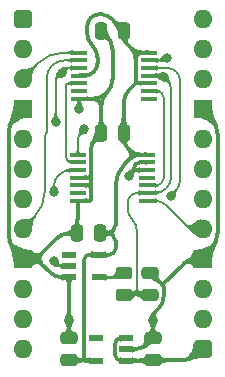
<source format=gtl>
%TF.GenerationSoftware,KiCad,Pcbnew,9.0.2*%
%TF.CreationDate,2025-06-17T16:43:34+02:00*%
%TF.ProjectId,Coprocessor Clock,436f7072-6f63-4657-9373-6f7220436c6f,V0*%
%TF.SameCoordinates,Original*%
%TF.FileFunction,Copper,L1,Top*%
%TF.FilePolarity,Positive*%
%FSLAX46Y46*%
G04 Gerber Fmt 4.6, Leading zero omitted, Abs format (unit mm)*
G04 Created by KiCad (PCBNEW 9.0.2) date 2025-06-17 16:43:34*
%MOMM*%
%LPD*%
G01*
G04 APERTURE LIST*
G04 Aperture macros list*
%AMRoundRect*
0 Rectangle with rounded corners*
0 $1 Rounding radius*
0 $2 $3 $4 $5 $6 $7 $8 $9 X,Y pos of 4 corners*
0 Add a 4 corners polygon primitive as box body*
4,1,4,$2,$3,$4,$5,$6,$7,$8,$9,$2,$3,0*
0 Add four circle primitives for the rounded corners*
1,1,$1+$1,$2,$3*
1,1,$1+$1,$4,$5*
1,1,$1+$1,$6,$7*
1,1,$1+$1,$8,$9*
0 Add four rect primitives between the rounded corners*
20,1,$1+$1,$2,$3,$4,$5,0*
20,1,$1+$1,$4,$5,$6,$7,0*
20,1,$1+$1,$6,$7,$8,$9,0*
20,1,$1+$1,$8,$9,$2,$3,0*%
G04 Aperture macros list end*
%TA.AperFunction,SMDPad,CuDef*%
%ADD10RoundRect,0.250000X0.250000X0.475000X-0.250000X0.475000X-0.250000X-0.475000X0.250000X-0.475000X0*%
%TD*%
%TA.AperFunction,SMDPad,CuDef*%
%ADD11RoundRect,0.250000X0.475000X-0.250000X0.475000X0.250000X-0.475000X0.250000X-0.475000X-0.250000X0*%
%TD*%
%TA.AperFunction,SMDPad,CuDef*%
%ADD12RoundRect,0.250000X0.450000X-0.262500X0.450000X0.262500X-0.450000X0.262500X-0.450000X-0.262500X0*%
%TD*%
%TA.AperFunction,ComponentPad*%
%ADD13RoundRect,0.400000X-0.400000X-0.400000X0.400000X-0.400000X0.400000X0.400000X-0.400000X0.400000X0*%
%TD*%
%TA.AperFunction,ComponentPad*%
%ADD14O,1.600000X1.600000*%
%TD*%
%TA.AperFunction,ComponentPad*%
%ADD15R,1.600000X1.600000*%
%TD*%
%TA.AperFunction,SMDPad,CuDef*%
%ADD16R,1.250000X0.600000*%
%TD*%
%TA.AperFunction,SMDPad,CuDef*%
%ADD17R,1.475000X0.450000*%
%TD*%
%TA.AperFunction,SMDPad,CuDef*%
%ADD18R,1.150000X0.600000*%
%TD*%
%TA.AperFunction,ViaPad*%
%ADD19C,0.800000*%
%TD*%
%TA.AperFunction,Conductor*%
%ADD20C,0.350000*%
%TD*%
%TA.AperFunction,Conductor*%
%ADD21C,0.200000*%
%TD*%
G04 APERTURE END LIST*
D10*
%TO.P,C4,1*%
%TO.N,/3.3V*%
X8554000Y-1016000D03*
%TO.P,C4,2*%
%TO.N,GND*%
X6654000Y-1016000D03*
%TD*%
D11*
%TO.P,C3,1*%
%TO.N,/40MHz_{0\u002C1}*%
X10795000Y-23413000D03*
%TO.P,C3,2*%
%TO.N,GND*%
X10795000Y-21513000D03*
%TD*%
D10*
%TO.P,C2,1*%
%TO.N,/3.3V*%
X8554000Y-9652000D03*
%TO.P,C2,2*%
%TO.N,GND*%
X6654000Y-9652000D03*
%TD*%
%TO.P,C1,1*%
%TO.N,/3.3V*%
X6522000Y-18161000D03*
%TO.P,C1,2*%
%TO.N,GND*%
X4622000Y-18161000D03*
%TD*%
D12*
%TO.P,R6,1*%
%TO.N,/40MHz_{0\u002C1}*%
X8626000Y-23391500D03*
%TO.P,R6,2*%
%TO.N,Net-(IC13-Y)*%
X8626000Y-21566500D03*
%TD*%
D13*
%TO.P,J2,1,Pin_1*%
%TO.N,5V*%
X0Y0D03*
D14*
%TO.P,J2,2,Pin_2*%
%TO.N,unconnected-(J2-Pin_2-Pad2)*%
X0Y-2540000D03*
%TO.P,J2,3,Pin_3*%
%TO.N,~{Reset}*%
X0Y-5080000D03*
D15*
%TO.P,J2,4,Pin_4*%
%TO.N,GND*%
X0Y-7620000D03*
D14*
%TO.P,J2,5,Pin_5*%
%TO.N,40MHz*%
X0Y-10160000D03*
%TO.P,J2,6,Pin_6*%
%TO.N,unconnected-(J2-Pin_6-Pad6)*%
X0Y-12700000D03*
%TO.P,J2,7,Pin_7*%
%TO.N,unconnected-(J2-Pin_7-Pad7)*%
X0Y-15240000D03*
%TO.P,J2,8,Pin_8*%
%TO.N,CRun0*%
X0Y-17780000D03*
D15*
%TO.P,J2,9,Pin_9*%
%TO.N,GND*%
X0Y-20320000D03*
D14*
%TO.P,J2,10,Pin_10*%
%TO.N,CRun1*%
X0Y-22860000D03*
%TO.P,J2,11,Pin_11*%
%TO.N,unconnected-(J2-Pin_11-Pad11)*%
X0Y-25400000D03*
%TO.P,J2,12,Pin_12*%
%TO.N,unconnected-(J2-Pin_12-Pad12)*%
X0Y-27940000D03*
D13*
%TO.P,J2,13,Pin_13*%
%TO.N,5V*%
X15240000Y-27940000D03*
D14*
%TO.P,J2,14,Pin_14*%
%TO.N,unconnected-(J2-Pin_14-Pad14)*%
X15240000Y-25400000D03*
%TO.P,J2,15,Pin_15*%
%TO.N,unconnected-(J2-Pin_15-Pad15)*%
X15240000Y-22860000D03*
D15*
%TO.P,J2,16,Pin_16*%
%TO.N,GND*%
X15240000Y-20320000D03*
D14*
%TO.P,J2,17,Pin_17*%
%TO.N,CPHI2_{1}*%
X15240000Y-17780000D03*
%TO.P,J2,18,Pin_18*%
%TO.N,unconnected-(J2-Pin_18-Pad18)*%
X15240000Y-15240000D03*
%TO.P,J2,19,Pin_19*%
%TO.N,unconnected-(J2-Pin_19-Pad19)*%
X15240000Y-12700000D03*
%TO.P,J2,20,Pin_20*%
%TO.N,CPHI2_{0}*%
X15240000Y-10160000D03*
D15*
%TO.P,J2,21,Pin_21*%
%TO.N,GND*%
X15240000Y-7620000D03*
D14*
%TO.P,J2,22,Pin_22*%
%TO.N,unconnected-(J2-Pin_22-Pad22)*%
X15240000Y-5080000D03*
%TO.P,J2,23,Pin_23*%
%TO.N,unconnected-(J2-Pin_23-Pad23)*%
X15240000Y-2540000D03*
%TO.P,J2,24,Pin_24*%
%TO.N,unconnected-(J2-Pin_24-Pad24)*%
X15240000Y0D03*
%TD*%
D16*
%TO.P,IC13,1,N.C.*%
%TO.N,unconnected-(IC13-N.C.-Pad1)*%
X3957000Y-20005000D03*
%TO.P,IC13,2,A*%
%TO.N,40MHz*%
X3957000Y-20955000D03*
%TO.P,IC13,3,GND*%
%TO.N,GND*%
X3957000Y-21905000D03*
%TO.P,IC13,4,Y*%
%TO.N,Net-(IC13-Y)*%
X6457000Y-21905000D03*
%TO.P,IC13,5,3V*%
%TO.N,/3.3V*%
X6457000Y-20005000D03*
%TD*%
D17*
%TO.P,IC11,1,1A*%
%TO.N,/40MHz_{0\u002C1}*%
X4682000Y-11512000D03*
%TO.P,IC11,2,1B*%
%TO.N,Net-(IC10-1Q)*%
X4682000Y-12162000D03*
%TO.P,IC11,3,1Y*%
%TO.N,CPHI2_{0}*%
X4682000Y-12812000D03*
%TO.P,IC11,4,2A*%
%TO.N,GND*%
X4682000Y-13462000D03*
%TO.P,IC11,5,2B*%
X4682000Y-14112000D03*
%TO.P,IC11,6,2Y*%
%TO.N,unconnected-(IC11-2Y-Pad6)*%
X4682000Y-14762000D03*
%TO.P,IC11,7,GND*%
%TO.N,GND*%
X4682000Y-15412000D03*
%TO.P,IC11,8,3Y*%
%TO.N,CPHI2_{1}*%
X10558000Y-15412000D03*
%TO.P,IC11,9,3A*%
%TO.N,/40MHz_{0\u002C1}*%
X10558000Y-14762000D03*
%TO.P,IC11,10,3B*%
%TO.N,Net-(IC10-2Q)*%
X10558000Y-14112000D03*
%TO.P,IC11,11,4Y*%
%TO.N,unconnected-(IC11-4Y-Pad11)*%
X10558000Y-13462000D03*
%TO.P,IC11,12,4A*%
%TO.N,GND*%
X10558000Y-12812000D03*
%TO.P,IC11,13,4B*%
X10558000Y-12162000D03*
%TO.P,IC11,14,3V*%
%TO.N,/3.3V*%
X10558000Y-11512000D03*
%TD*%
%TO.P,IC10,1,~{1RD}*%
%TO.N,~{Reset}*%
X4809000Y-2876000D03*
%TO.P,IC10,2,1D*%
%TO.N,CRun0*%
X4809000Y-3526000D03*
%TO.P,IC10,3,1CP*%
%TO.N,/40MHz_{0\u002C1}*%
X4809000Y-4176000D03*
%TO.P,IC10,4,~{1SD}*%
%TO.N,/3.3V*%
X4809000Y-4826000D03*
%TO.P,IC10,5,1Q*%
%TO.N,Net-(IC10-1Q)*%
X4809000Y-5476000D03*
%TO.P,IC10,6,~{1Q}*%
%TO.N,unconnected-(IC10-~{1Q}-Pad6)*%
X4809000Y-6126000D03*
%TO.P,IC10,7,GND*%
%TO.N,GND*%
X4809000Y-6776000D03*
%TO.P,IC10,8,~{2Q}*%
%TO.N,unconnected-(IC10-~{2Q}-Pad8)*%
X10685000Y-6776000D03*
%TO.P,IC10,9,2Q*%
%TO.N,Net-(IC10-2Q)*%
X10685000Y-6126000D03*
%TO.P,IC10,10,~{2SD}*%
%TO.N,/3.3V*%
X10685000Y-5476000D03*
%TO.P,IC10,11,2CP*%
%TO.N,/40MHz_{0\u002C1}*%
X10685000Y-4826000D03*
%TO.P,IC10,12,2D*%
%TO.N,CRun1*%
X10685000Y-4176000D03*
%TO.P,IC10,13,~{2RD}*%
%TO.N,~{Reset}*%
X10685000Y-3526000D03*
%TO.P,IC10,14,3V*%
%TO.N,/3.3V*%
X10685000Y-2876000D03*
%TD*%
D11*
%TO.P,C9,1*%
%TO.N,/3.3V*%
X3937000Y-28935000D03*
%TO.P,C9,2*%
%TO.N,GND*%
X3937000Y-27035000D03*
%TD*%
%TO.P,C8,1*%
%TO.N,5V*%
X11049000Y-28935000D03*
%TO.P,C8,2*%
%TO.N,GND*%
X11049000Y-27035000D03*
%TD*%
D18*
%TO.P,IC5,1,6VIn*%
%TO.N,5V*%
X8793000Y-28951000D03*
%TO.P,IC5,2,GND*%
%TO.N,GND*%
X8793000Y-28001000D03*
%TO.P,IC5,3,EN*%
%TO.N,5V*%
X8793000Y-27051000D03*
%TO.P,IC5,4,ADJ*%
%TO.N,unconnected-(IC5-ADJ-Pad4)*%
X6193000Y-27051000D03*
%TO.P,IC5,5,3.3VOut*%
%TO.N,/3.3V*%
X6193000Y-28951000D03*
%TD*%
D19*
%TO.N,/40MHz_{0\u002C1}*%
X11938000Y-4913800D03*
%TO.N,GND*%
X3937000Y-25527000D03*
X11049000Y-25527000D03*
%TO.N,/40MHz_{0\u002C1}*%
X2794000Y-8748400D03*
%TO.N,40MHz*%
X2625200Y-20552600D03*
%TO.N,CPHI2_{0}*%
X2657000Y-14639000D03*
%TO.N,~{Reset}*%
X12192000Y-3302000D03*
%TO.N,CRun1*%
X12549400Y-15016300D03*
%TO.N,/40MHz_{0\u002C1}*%
X3302000Y-4572000D03*
X5221900Y-9372500D03*
%TO.N,GND*%
X4743100Y-7692400D03*
X9017000Y-13335000D03*
%TD*%
D20*
%TO.N,/3.3V*%
X8554000Y-1437600D02*
G75*
G03*
X8852123Y-2157309I1017800J0D01*
G01*
X7874000Y-19458725D02*
G75*
G02*
X7713992Y-19844992I-546300J25D01*
G01*
X9570800Y-3433100D02*
G75*
G03*
X9176879Y-2482061I-1345000J0D01*
G01*
X10127900Y-2876000D02*
G75*
G03*
X9570800Y-3433100I0J-557100D01*
G01*
X9176870Y-2482070D02*
G75*
G03*
X10127900Y-2875988I951030J951070D01*
G01*
X7714000Y-19845000D02*
G75*
G02*
X7327725Y-20005011I-386300J386300D01*
G01*
X6545012Y380999D02*
G75*
G03*
X5778497Y63503I-12J-1083999D01*
G01*
X9571550Y-5476000D02*
G75*
G03*
X9571731Y-5475502I-50J300D01*
G01*
X9571769Y-5475469D02*
G75*
G03*
X9573049Y-5476038I1331J1269D01*
G01*
X7532120Y5879D02*
G75*
G03*
X6626500Y381011I-905620J-905579D01*
G01*
X9049870Y-11905929D02*
G75*
G03*
X9049870Y-11118070I-393930J393929D01*
G01*
X10000900Y-11512000D02*
G75*
G03*
X9049862Y-11905921I0J-1345000D01*
G01*
X9049870Y-11118070D02*
G75*
G03*
X10000900Y-11511988I951030J951070D01*
G01*
X5617934Y-20005000D02*
G75*
G03*
X5340290Y-20119990I-34J-392600D01*
G01*
X5213986Y-28935000D02*
G75*
G03*
X5225300Y-28923686I14J11300D01*
G01*
X5233300Y-28943000D02*
G75*
G03*
X5213986Y-28935006I-19300J-19300D01*
G01*
X5225300Y-28923686D02*
G75*
G03*
X5233296Y-28943004I27300J-14D01*
G01*
X5905500Y-2272200D02*
G75*
G02*
X6349993Y-3345317I-1073100J-1073100D01*
G01*
X5778500Y63500D02*
G75*
G03*
X5461005Y-703012I766500J-766500D01*
G01*
X9062399Y-5984399D02*
G75*
G03*
X8553993Y-7211786I1227401J-1227401D01*
G01*
X5340300Y-20120000D02*
G75*
G03*
X5225314Y-20397634I277600J-277600D01*
G01*
X8658900Y-12296900D02*
G75*
G03*
X7874007Y-14191816I1894900J-1894900D01*
G01*
X7874000Y-17452038D02*
G75*
G02*
X7666352Y-17953352I-708970J-2D01*
G01*
X5233300Y-28943000D02*
G75*
G03*
X5252613Y-28950994I19300J19300D01*
G01*
X9571550Y-5476000D02*
G75*
G03*
X9570247Y-5476507I-50J-1800D01*
G01*
X7165038Y-18161000D02*
G75*
G03*
X7666339Y-17953339I-38J709000D01*
G01*
X7666350Y-18368650D02*
G75*
G03*
X7165038Y-18160984I-501350J-501350D01*
G01*
X7666350Y-17953350D02*
G75*
G03*
X7666350Y-18368650I207650J-207650D01*
G01*
X6350000Y-3741987D02*
G75*
G02*
X6032498Y-4508498I-1084020J7D01*
G01*
X5461000Y-1199082D02*
G75*
G03*
X5905498Y-2272202I1517610J-8D01*
G01*
X6032500Y-4508500D02*
G75*
G02*
X5265987Y-4825995I-766500J766500D01*
G01*
X8554000Y-10137100D02*
G75*
G03*
X8897024Y-10965210I1171100J0D01*
G01*
X9570800Y-5473439D02*
G75*
G03*
X9571561Y-5475239I2600J39D01*
G01*
X7666350Y-18368650D02*
G75*
G02*
X7874016Y-18869961I-501350J-501350D01*
G01*
X9573050Y-5476000D02*
X9571550Y-5476000D01*
%TO.N,5V*%
X8317150Y-27051000D02*
G75*
G03*
X7841300Y-27526850I-50J-475800D01*
G01*
X14742500Y-28437500D02*
G75*
G02*
X13541428Y-28935012I-1201100J1201100D01*
G01*
X7841300Y-28475150D02*
G75*
G03*
X8317150Y-28951000I475850J0D01*
G01*
X9268850Y-28951000D02*
X8317150Y-28951000D01*
%TO.N,GND*%
X2339097Y-21482397D02*
G75*
G03*
X3359350Y-21904998I1020253J1020257D01*
G01*
X16510000Y-18151974D02*
G75*
G02*
X15874999Y-19684999I-2168030J4D01*
G01*
X9314399Y-12941400D02*
G75*
G03*
X9443800Y-12629000I-312399J312400D01*
G01*
X9626800Y-12812000D02*
G75*
G03*
X9314400Y-12941401I0J-441800D01*
G01*
X9443800Y-12629000D02*
G75*
G03*
X9626800Y-12812000I183000J0D01*
G01*
X15875000Y-8255000D02*
G75*
G02*
X16509989Y-9788025I-1533000J-1533000D01*
G01*
X3978850Y-18160976D02*
G75*
G03*
X2880962Y-18615731I-10J-1552634D01*
G01*
X4690500Y-16882500D02*
G75*
G02*
X4690500Y-16899500I-8500J-8500D01*
G01*
X11889974Y-22493324D02*
G75*
G03*
X11889974Y-22607876I57326J-57276D01*
G01*
X11775422Y-22493327D02*
G75*
G03*
X11889977Y-22493328I57278J57327D01*
G01*
X6654000Y-9045443D02*
G75*
G02*
X6225101Y-10080901I-1464370J3D01*
G01*
X5970934Y-6776000D02*
G75*
G03*
X7136999Y-6292999I-4J1649070D01*
G01*
X6654000Y-7459065D02*
G75*
G03*
X5970934Y-6776000I-683070J-5D01*
G01*
X7137000Y-6293000D02*
G75*
G03*
X6653986Y-7459065I1166100J-1166100D01*
G01*
X5478700Y-13462000D02*
G75*
G03*
X5796200Y-13144500I0J317500D01*
G01*
X5796200Y-13779500D02*
G75*
G03*
X5478700Y-13462000I-317500J0D01*
G01*
X7620000Y-5126934D02*
G75*
G02*
X7136999Y-6292999I-1649070J4D01*
G01*
X14651650Y-20320000D02*
G75*
G03*
X13647249Y-20736002I-50J-1420400D01*
G01*
X5796200Y-15327156D02*
G75*
G02*
X5771383Y-15387183I-84900J-44D01*
G01*
X4809000Y-7579901D02*
G75*
G02*
X4776050Y-7659450I-112500J1D01*
G01*
X10539083Y-27544916D02*
G75*
G02*
X9438000Y-28000990I-1101083J1101116D01*
G01*
X9051011Y-13204788D02*
G75*
G03*
X9016992Y-13286900I82089J-82112D01*
G01*
X5478700Y-14097000D02*
G75*
G03*
X5796200Y-13779500I0J317500D01*
G01*
X5796200Y-14414500D02*
G75*
G03*
X5478700Y-14097000I-317500J0D01*
G01*
X-588000Y-8208000D02*
G75*
G03*
X-1176001Y-9627557I1419560J-1419560D01*
G01*
X-1176000Y-18312442D02*
G75*
G03*
X-588000Y-19732000I2007568J4D01*
G01*
X9573200Y-12316599D02*
G75*
G03*
X9443799Y-12629000I312400J-312401D01*
G01*
X11228605Y-24839394D02*
G75*
G03*
X11048996Y-25273000I433595J-433606D01*
G01*
X5771350Y-15387150D02*
G75*
G02*
X5711356Y-15411953I-59950J60050D01*
G01*
X4660500Y-16929500D02*
G75*
G03*
X4622020Y-17022447I92900J-92900D01*
G01*
X11947200Y-23485676D02*
G75*
G02*
X11498100Y-24569900I-1533340J6D01*
G01*
X7137000Y-1499000D02*
G75*
G02*
X7620014Y-2665065I-1166100J-1166100D01*
G01*
X6225100Y-10080900D02*
G75*
G03*
X5796203Y-11116356I1035450J-1035450D01*
G01*
X9928618Y-12162000D02*
G75*
G03*
X9585795Y-12303995I-18J-484800D01*
G01*
X11889950Y-22607900D02*
G75*
G02*
X11947192Y-22746199I-138450J-138300D01*
G01*
X588350Y-20320000D02*
G75*
G03*
X1592726Y-19903973I0J1420400D01*
G01*
X1592726Y-20736026D02*
G75*
G03*
X588350Y-20319999I-1004376J-1004374D01*
G01*
X1592726Y-19903973D02*
G75*
G03*
X1592725Y-20736027I416024J-416027D01*
G01*
X4682000Y-16861979D02*
G75*
G03*
X4690494Y-16882506I29000J-21D01*
G01*
X11889950Y-22607900D02*
X11775422Y-22493327D01*
X5796200Y-13144500D02*
X5796200Y-13779500D01*
X5796200Y-13779500D02*
X5796200Y-14414500D01*
D21*
%TO.N,40MHz*%
X2826400Y-20753800D02*
G75*
G03*
X3312139Y-20954997I485740J485750D01*
G01*
%TO.N,CPHI2_{1}*%
X13748790Y-17390490D02*
G75*
G03*
X14689150Y-17780026I940410J940390D01*
G01*
X12198912Y-15840612D02*
G75*
G03*
X11164150Y-15412043I-1034712J-1034788D01*
G01*
%TO.N,CPHI2_{0}*%
X3006558Y-13300741D02*
G75*
G03*
X2656997Y-14144650I843902J-843909D01*
G01*
X4088067Y-12812000D02*
G75*
G03*
X3076148Y-13231148I-7J-1431060D01*
G01*
%TO.N,~{Reset}*%
X3506500Y-2876000D02*
G75*
G03*
X1282996Y-3797009I0J-3144500D01*
G01*
X12080000Y-3414000D02*
G75*
G02*
X11809608Y-3526003I-270400J270400D01*
G01*
%TO.N,CRun0*%
X1968500Y-9772500D02*
G75*
G03*
X1905001Y-9925802I153300J-153300D01*
G01*
X2032000Y-9619197D02*
G75*
G02*
X1968501Y-9772501I-216800J-3D01*
G01*
X2485469Y-3979469D02*
G75*
G03*
X2031997Y-5074241I1094761J-1094771D01*
G01*
X1905000Y-14527961D02*
G75*
G02*
X952500Y-16827500I-3252046J2D01*
G01*
X3580241Y-3526000D02*
G75*
G03*
X2485471Y-3979471I-1J-1548230D01*
G01*
%TO.N,CRun1*%
X13010000Y-4501000D02*
G75*
G02*
X13334992Y-5285619I-784600J-784600D01*
G01*
X13335000Y-13675196D02*
G75*
G02*
X12942201Y-14623501I-1341100J-4D01*
G01*
X13010000Y-4501000D02*
G75*
G03*
X12225380Y-4176008I-784600J-784600D01*
G01*
%TO.N,Net-(IC10-1Q)*%
X3859602Y-5476000D02*
G75*
G03*
X3706299Y-5539499I-2J-216800D01*
G01*
X3642800Y-11642400D02*
G75*
G03*
X4162400Y-12162000I519600J0D01*
G01*
X3706300Y-5539500D02*
G75*
G03*
X3642801Y-5692802I153300J-153300D01*
G01*
%TO.N,Net-(IC10-2Q)*%
X11767600Y-13941600D02*
G75*
G02*
X11356218Y-14112007I-411400J411400D01*
G01*
X11780250Y-6283750D02*
G75*
G03*
X11399407Y-6125997I-380850J-380850D01*
G01*
X11780250Y-6283750D02*
G75*
G02*
X11938003Y-6664592I-380850J-380850D01*
G01*
X11938000Y-13530218D02*
G75*
G02*
X11767595Y-13941595I-581800J18D01*
G01*
%TO.N,/40MHz_{0\u002C1}*%
X4951950Y-9642450D02*
G75*
G03*
X4681986Y-10294166I651750J-651750D01*
G01*
X12573000Y-13409971D02*
G75*
G02*
X12177002Y-14366002I-1352040J1D01*
G01*
X9162000Y-23391500D02*
G75*
G03*
X9698000Y-22855500I0J536000D01*
G01*
X9698000Y-22855500D02*
G75*
G03*
X10234000Y-23391500I536000J0D01*
G01*
X3978014Y-4176000D02*
G75*
G03*
X3499996Y-4373996I-14J-676000D01*
G01*
X12255500Y-5231300D02*
G75*
G02*
X12572995Y-5997812I-766500J-766500D01*
G01*
X9294000Y-17045000D02*
G75*
G02*
X9697982Y-18020342I-975300J-975300D01*
G01*
X8890000Y-16069657D02*
G75*
G03*
X9293997Y-17045003I1379350J-3D01*
G01*
X3048000Y-4826000D02*
G75*
G03*
X2794004Y-5439210I613200J-613200D01*
G01*
X12177000Y-14366000D02*
G75*
G02*
X11220971Y-14761988I-956000J956000D01*
G01*
X9144000Y-15016000D02*
G75*
G03*
X8890004Y-15629210I613200J-613200D01*
G01*
X9757210Y-14762000D02*
G75*
G03*
X9143997Y-15015997I-10J-867200D01*
G01*
X11894100Y-4869900D02*
G75*
G03*
X11788116Y-4825993I-106000J-106000D01*
G01*
X10234000Y-23391500D02*
X9162000Y-23391500D01*
D20*
%TO.N,GND*%
X11049000Y-25527000D02*
X11049000Y-25273000D01*
X11228605Y-24839394D02*
X11498100Y-24569900D01*
X11947200Y-23485676D02*
X11947200Y-22746199D01*
X15874999Y-19684999D02*
X15656026Y-19903973D01*
X16510000Y-18151974D02*
X16510000Y-9788025D01*
X15875000Y-8255000D02*
X15240000Y-7620000D01*
X11889974Y-22493324D02*
X13647273Y-20736026D01*
D21*
%TO.N,CRun1*%
X12225380Y-4176000D02*
X10685000Y-4176000D01*
X13335000Y-5285619D02*
X13335000Y-13675196D01*
X12942200Y-14623500D02*
X12549400Y-15016300D01*
%TO.N,Net-(IC10-2Q)*%
X11356218Y-14112000D02*
X10558000Y-14112000D01*
X11938000Y-6664592D02*
X11938000Y-13530218D01*
X11399407Y-6126000D02*
X10685000Y-6126000D01*
%TO.N,/40MHz_{0\u002C1}*%
X11938000Y-4913800D02*
X12255500Y-5231300D01*
X12573000Y-13409971D02*
X12573000Y-5997812D01*
X11138000Y-14762000D02*
X11220971Y-14762000D01*
X11938000Y-4913800D02*
X11894100Y-4869900D01*
X11788116Y-4826000D02*
X10685000Y-4826000D01*
D20*
%TO.N,GND*%
X9928618Y-12162000D02*
X10558000Y-12162000D01*
X9573200Y-12316599D02*
X9585800Y-12304000D01*
%TO.N,/3.3V*%
X7874000Y-14191816D02*
X7874000Y-17452038D01*
X9049870Y-11905929D02*
X8658900Y-12296900D01*
%TO.N,GND*%
X9314399Y-12941400D02*
X9051011Y-13204788D01*
X9017000Y-13286900D02*
X9017000Y-13335000D01*
X3937000Y-25527000D02*
X3937000Y-21925000D01*
X3937000Y-25527000D02*
X3937000Y-27035000D01*
X11049000Y-25527000D02*
X11049000Y-27035000D01*
%TO.N,/3.3V*%
X7874000Y-19458725D02*
X7874000Y-18869961D01*
X7327725Y-20005000D02*
X6457000Y-20005000D01*
%TO.N,GND*%
X3978850Y-18160976D02*
X4621976Y-18160976D01*
X2880965Y-18615734D02*
X1592726Y-19903973D01*
X4682000Y-15412000D02*
X4682000Y-16861979D01*
X4690500Y-16899500D02*
X4660500Y-16929500D01*
X4622000Y-17022447D02*
X4622000Y-18161000D01*
X5478700Y-14097000D02*
X4697000Y-14097000D01*
X5796200Y-15327156D02*
X5796200Y-14414500D01*
X4682000Y-15412000D02*
X5711356Y-15412000D01*
X-1176000Y-9627557D02*
X-1176000Y-18312442D01*
D21*
%TO.N,/40MHz_{0\u002C1}*%
X9978000Y-14762000D02*
X9757210Y-14762000D01*
X8890000Y-16069657D02*
X8890000Y-15629210D01*
X9698000Y-22855500D02*
X9698000Y-18020342D01*
X3302000Y-4572000D02*
X3048000Y-4826000D01*
X2794000Y-8748400D02*
X2794000Y-5439210D01*
D20*
%TO.N,/3.3V*%
X6545012Y380999D02*
X6626500Y380999D01*
X7532120Y5879D02*
X8554000Y-1016000D01*
X6350000Y-3345317D02*
X6350000Y-3741987D01*
X5461000Y-703012D02*
X5461000Y-1199082D01*
D21*
%TO.N,CRun0*%
X952500Y-16827500D02*
X0Y-17780000D01*
X1905000Y-9925802D02*
X1905000Y-14527961D01*
X3580241Y-3526000D02*
X4809000Y-3526000D01*
X2032000Y-9619197D02*
X2032000Y-5074241D01*
%TO.N,/40MHz_{0\u002C1}*%
X3500000Y-4374000D02*
X3302000Y-4572000D01*
X3978014Y-4176000D02*
X4809000Y-4176000D01*
%TO.N,~{Reset}*%
X1282993Y-3797006D02*
X0Y-5080000D01*
X3506500Y-2876000D02*
X4809000Y-2876000D01*
X12192000Y-3302000D02*
X12080000Y-3414000D01*
X11809608Y-3526000D02*
X10685000Y-3526000D01*
%TO.N,40MHz*%
X3312139Y-20955000D02*
X3957000Y-20955000D01*
X2625200Y-20552600D02*
X2826400Y-20753800D01*
%TO.N,CPHI2_{1}*%
X13748790Y-17390490D02*
X12198912Y-15840612D01*
%TO.N,CPHI2_{0}*%
X2657000Y-14144650D02*
X2657000Y-14639000D01*
X3006558Y-13300741D02*
X3076150Y-13231150D01*
%TO.N,Net-(IC13-Y)*%
X6457000Y-21905000D02*
X8287500Y-21905000D01*
%TO.N,Net-(IC10-1Q)*%
X3642800Y-11642400D02*
X3642800Y-5692802D01*
X3859602Y-5476000D02*
X4809000Y-5476000D01*
%TO.N,/40MHz_{0\u002C1}*%
X4682000Y-10294166D02*
X4682000Y-11512000D01*
X4951950Y-9642450D02*
X5221900Y-9372500D01*
D20*
%TO.N,/3.3V*%
X5252613Y-28951000D02*
X6193000Y-28951000D01*
X6457000Y-20005000D02*
X5617934Y-20005000D01*
X5225300Y-28923686D02*
X5225300Y-20397634D01*
X5213986Y-28935000D02*
X3937000Y-28935000D01*
X9062399Y-5984399D02*
X9570269Y-5476530D01*
X8554000Y-7211786D02*
X8554000Y-9166900D01*
X9573050Y-5476000D02*
X10685000Y-5476000D01*
X8852116Y-2157316D02*
X9176870Y-2482070D01*
X9570800Y-3433100D02*
X9570800Y-5473439D01*
X9571769Y-5475469D02*
X9571550Y-5475250D01*
X9049870Y-11118070D02*
X8897017Y-10965217D01*
X7165038Y-18161000D02*
X6522000Y-18161000D01*
%TO.N,5V*%
X9268850Y-28951000D02*
X11033000Y-28951000D01*
X7841300Y-27526850D02*
X7841300Y-28475150D01*
X8317150Y-27051000D02*
X8793000Y-27051000D01*
X13541428Y-28935000D02*
X11049000Y-28935000D01*
%TO.N,GND*%
X9438000Y-28001000D02*
X8793000Y-28001000D01*
X10539083Y-27544916D02*
X11049000Y-27035000D01*
X3359350Y-21905000D02*
X3957000Y-21905000D01*
X5970934Y-6776000D02*
X4809000Y-6776000D01*
X2339097Y-21482397D02*
X1592726Y-20736026D01*
X11775422Y-22493327D02*
X10795000Y-21513000D01*
X6654000Y-9045443D02*
X6654000Y-7459065D01*
X5478700Y-13462000D02*
X4682000Y-13462000D01*
X9626800Y-12812000D02*
X10558000Y-12812000D01*
X5796200Y-13144500D02*
X5796200Y-11116356D01*
X4776050Y-7659450D02*
X4743100Y-7692400D01*
X4809000Y-6776000D02*
X4809000Y-7579901D01*
X7137000Y-1499000D02*
X6654000Y-1016000D01*
X7620000Y-5126934D02*
X7620000Y-2665065D01*
%TD*%
%TA.AperFunction,Conductor*%
%TO.N,/3.3V*%
G36*
X8561975Y-1024398D02*
G01*
X8565130Y-1026539D01*
X9043715Y-1481229D01*
X9047352Y-1489412D01*
X9044138Y-1497770D01*
X9042449Y-1499237D01*
X8996010Y-1532355D01*
X8959338Y-1574213D01*
X8933160Y-1620848D01*
X8913772Y-1682594D01*
X8906417Y-1747238D01*
X8906417Y-1747239D01*
X8906417Y-1747243D01*
X8911350Y-1830893D01*
X8911350Y-1830897D01*
X8911351Y-1830898D01*
X8928451Y-1910510D01*
X8928454Y-1910520D01*
X8954654Y-1984111D01*
X8954657Y-1984116D01*
X8980560Y-2034581D01*
X8981289Y-2043506D01*
X8978424Y-2048197D01*
X8747462Y-2279159D01*
X8739189Y-2282586D01*
X8730916Y-2279159D01*
X8729214Y-2277000D01*
X8710789Y-2246939D01*
X8654984Y-2156459D01*
X8654966Y-2156431D01*
X8511364Y-1947000D01*
X8511358Y-1946993D01*
X8511355Y-1946988D01*
X8393611Y-1814954D01*
X8351745Y-1784422D01*
X8300643Y-1747155D01*
X8300638Y-1747153D01*
X8238545Y-1729166D01*
X8231552Y-1723573D01*
X8230562Y-1714673D01*
X8231177Y-1713024D01*
X8546450Y-1030114D01*
X8553027Y-1024042D01*
X8561975Y-1024398D01*
G37*
%TD.AperFunction*%
%TD*%
%TA.AperFunction,Conductor*%
%TO.N,/3.3V*%
G36*
X10676436Y-2873937D02*
G01*
X10684090Y-2878584D01*
X10686333Y-2884816D01*
X10696072Y-3051059D01*
X10698065Y-3085072D01*
X10695128Y-3093531D01*
X10687069Y-3097436D01*
X10683913Y-3097192D01*
X10638217Y-3087316D01*
X10554611Y-3069247D01*
X10431710Y-3052569D01*
X10316256Y-3046732D01*
X10209589Y-3051057D01*
X10209586Y-3051058D01*
X10209580Y-3051058D01*
X10209575Y-3051059D01*
X10152486Y-3059026D01*
X10110278Y-3064916D01*
X10020139Y-3087356D01*
X10020135Y-3087357D01*
X9986839Y-3099764D01*
X9982754Y-3100500D01*
X9927752Y-3100500D01*
X9898510Y-3106316D01*
X9869268Y-3112133D01*
X9852641Y-3123243D01*
X9843858Y-3124990D01*
X9836994Y-3120810D01*
X9656593Y-2894593D01*
X9654114Y-2885988D01*
X9658445Y-2878151D01*
X9661573Y-2876365D01*
X9700010Y-2861726D01*
X9701466Y-2861277D01*
X9773616Y-2844176D01*
X9865520Y-2821641D01*
X9929423Y-2792880D01*
X9943495Y-2768553D01*
X9950603Y-2763109D01*
X9955400Y-2762849D01*
X10676436Y-2873937D01*
G37*
%TD.AperFunction*%
%TD*%
%TA.AperFunction,Conductor*%
%TO.N,/3.3V*%
G36*
X9983784Y-2686333D02*
G01*
X10224362Y-2708930D01*
X10457735Y-2697909D01*
X10674403Y-2653885D01*
X10683193Y-2655596D01*
X10688199Y-2663021D01*
X10688432Y-2665489D01*
X10686058Y-2867195D01*
X10682534Y-2875427D01*
X10677087Y-2878434D01*
X9959249Y-3050565D01*
X9950405Y-3049162D01*
X9945144Y-3041916D01*
X9945062Y-3041549D01*
X9942853Y-3030829D01*
X9929878Y-3013851D01*
X9884762Y-2993448D01*
X9758535Y-2984550D01*
X9689656Y-2980807D01*
X9681581Y-2976936D01*
X9678608Y-2968489D01*
X9679164Y-2965509D01*
X9708433Y-2875427D01*
X9779415Y-2656960D01*
X9785229Y-2650152D01*
X9792777Y-2649093D01*
X9983784Y-2686333D01*
G37*
%TD.AperFunction*%
%TD*%
%TA.AperFunction,Conductor*%
%TO.N,/3.3V*%
G36*
X9832180Y-11337407D02*
G01*
X10550087Y-11509565D01*
X10557333Y-11514826D01*
X10559058Y-11520805D01*
X10561423Y-11722250D01*
X10558094Y-11730562D01*
X10549861Y-11734086D01*
X10547194Y-11733810D01*
X10383203Y-11697490D01*
X10256148Y-11686268D01*
X10171789Y-11678817D01*
X10171787Y-11678817D01*
X10171776Y-11678816D01*
X9978712Y-11686268D01*
X9978705Y-11686268D01*
X9978703Y-11686269D01*
X9868210Y-11701562D01*
X9805968Y-11710178D01*
X9665852Y-11738784D01*
X9657061Y-11737081D01*
X9652385Y-11730935D01*
X9649563Y-11722250D01*
X9552164Y-11422476D01*
X9552866Y-11413550D01*
X9559676Y-11407735D01*
X9562653Y-11407179D01*
X9631520Y-11403437D01*
X9750781Y-11396059D01*
X9750783Y-11396058D01*
X9750785Y-11396058D01*
X9802501Y-11374462D01*
X9802501Y-11374461D01*
X9802503Y-11374461D01*
X9815750Y-11357381D01*
X9818039Y-11346402D01*
X9823082Y-11339005D01*
X9831880Y-11337339D01*
X9832180Y-11337407D01*
G37*
%TD.AperFunction*%
%TD*%
%TA.AperFunction,Conductor*%
%TO.N,/3.3V*%
G36*
X9856784Y-11322333D02*
G01*
X10097362Y-11344930D01*
X10330735Y-11333909D01*
X10547403Y-11289885D01*
X10556193Y-11291596D01*
X10561199Y-11299021D01*
X10561432Y-11301489D01*
X10559058Y-11503195D01*
X10555534Y-11511427D01*
X10550087Y-11514434D01*
X9832249Y-11686565D01*
X9823405Y-11685162D01*
X9818144Y-11677916D01*
X9818062Y-11677549D01*
X9815853Y-11666829D01*
X9802878Y-11649851D01*
X9757762Y-11629448D01*
X9631535Y-11620550D01*
X9562656Y-11616807D01*
X9554581Y-11612936D01*
X9551608Y-11604489D01*
X9552164Y-11601509D01*
X9581433Y-11511427D01*
X9652415Y-11292960D01*
X9658229Y-11286152D01*
X9665777Y-11285093D01*
X9856784Y-11322333D01*
G37*
%TD.AperFunction*%
%TD*%
%TA.AperFunction,Conductor*%
%TO.N,/3.3V*%
G36*
X5693258Y-4558146D02*
G01*
X5694339Y-4560170D01*
X5817691Y-4857970D01*
X5817691Y-4866924D01*
X5811359Y-4873256D01*
X5808698Y-4874005D01*
X5725832Y-4887024D01*
X5725612Y-4887057D01*
X5619668Y-4901641D01*
X5564506Y-4925541D01*
X5551250Y-4941748D01*
X5549004Y-4951543D01*
X5543814Y-4958840D01*
X5535480Y-4960433D01*
X4817206Y-4828064D01*
X4809690Y-4823195D01*
X4807639Y-4817110D01*
X4798157Y-4616223D01*
X4801190Y-4607799D01*
X4809292Y-4603986D01*
X4812332Y-4604241D01*
X4895652Y-4622373D01*
X4895659Y-4622374D01*
X4895664Y-4622375D01*
X5025764Y-4640441D01*
X5149279Y-4646782D01*
X5283738Y-4641652D01*
X5408271Y-4625597D01*
X5408280Y-4625595D01*
X5513074Y-4601791D01*
X5515666Y-4601500D01*
X5566247Y-4601500D01*
X5566248Y-4601500D01*
X5624731Y-4589867D01*
X5677035Y-4554917D01*
X5685812Y-4553172D01*
X5693258Y-4558146D01*
G37*
%TD.AperFunction*%
%TD*%
%TA.AperFunction,Conductor*%
%TO.N,/3.3V*%
G36*
X8561091Y-9661529D02*
G01*
X8564418Y-9664252D01*
X8967645Y-10142774D01*
X9024843Y-10210653D01*
X9027554Y-10219187D01*
X9023435Y-10227139D01*
X9020554Y-10228925D01*
X8995534Y-10239781D01*
X8995526Y-10239786D01*
X8954650Y-10268414D01*
X8923223Y-10303575D01*
X8896071Y-10354155D01*
X8880229Y-10410341D01*
X8880228Y-10410346D01*
X8873729Y-10492235D01*
X8873730Y-10492243D01*
X8880822Y-10573921D01*
X8880822Y-10573923D01*
X8900122Y-10659991D01*
X8921680Y-10719383D01*
X8921281Y-10728329D01*
X8917559Y-10732840D01*
X8652949Y-10925098D01*
X8644242Y-10927189D01*
X8636607Y-10922510D01*
X8635497Y-10920639D01*
X8561909Y-10765202D01*
X8561906Y-10765195D01*
X8447086Y-10565119D01*
X8344446Y-10434822D01*
X8256001Y-10363915D01*
X8255999Y-10363914D01*
X8255998Y-10363913D01*
X8190913Y-10341957D01*
X8184169Y-10336066D01*
X8183567Y-10327131D01*
X8184387Y-10325258D01*
X8545210Y-9666173D01*
X8552189Y-9660562D01*
X8561091Y-9661529D01*
G37*
%TD.AperFunction*%
%TD*%
%TA.AperFunction,Conductor*%
%TO.N,5V*%
G36*
X8767765Y-27041518D02*
G01*
X8774503Y-27047414D01*
X8775098Y-27056349D01*
X8769432Y-27062971D01*
X8231889Y-27343744D01*
X8222969Y-27344536D01*
X8216101Y-27338790D01*
X8214991Y-27335622D01*
X8206230Y-27290844D01*
X8193309Y-27279687D01*
X8177288Y-27278012D01*
X8177285Y-27278013D01*
X8140732Y-27293707D01*
X8140727Y-27293710D01*
X8106095Y-27319148D01*
X8094056Y-27328036D01*
X8085365Y-27330193D01*
X8078834Y-27326896D01*
X7850519Y-27098581D01*
X7847092Y-27090308D01*
X7850519Y-27082035D01*
X7854041Y-27079616D01*
X7957491Y-27033692D01*
X7957500Y-27033687D01*
X7957556Y-27033663D01*
X8071251Y-26981535D01*
X8136324Y-26951701D01*
X8199698Y-26900873D01*
X8213865Y-26865794D01*
X8220139Y-26859409D01*
X8228459Y-26859095D01*
X8767765Y-27041518D01*
G37*
%TD.AperFunction*%
%TD*%
%TA.AperFunction,Conductor*%
%TO.N,5V*%
G36*
X14462499Y-27522329D02*
G01*
X15236746Y-27937569D01*
X15242400Y-27944445D01*
X15481439Y-28722811D01*
X15480592Y-28731726D01*
X15473690Y-28737430D01*
X15468865Y-28737863D01*
X15439116Y-28734302D01*
X15304345Y-28728564D01*
X15304332Y-28728564D01*
X15204411Y-28733052D01*
X15158988Y-28735093D01*
X15158977Y-28735094D01*
X15158968Y-28735095D01*
X15030522Y-28750449D01*
X14966290Y-28758128D01*
X14945938Y-28761867D01*
X14767119Y-28794727D01*
X14767081Y-28794735D01*
X14516380Y-28855063D01*
X14516325Y-28855077D01*
X14275426Y-28925540D01*
X14037028Y-29006552D01*
X13851585Y-29078736D01*
X13842632Y-29078544D01*
X13836438Y-29072077D01*
X13835786Y-29069667D01*
X13784571Y-28746347D01*
X13786661Y-28737642D01*
X13790384Y-28734325D01*
X13907624Y-28668340D01*
X13987250Y-28605618D01*
X14065470Y-28530236D01*
X14211091Y-28346974D01*
X14327230Y-28139272D01*
X14405624Y-27924681D01*
X14444592Y-27714173D01*
X14445271Y-27532596D01*
X14448729Y-27524337D01*
X14457015Y-27520941D01*
X14462499Y-27522329D01*
G37*
%TD.AperFunction*%
%TD*%
%TA.AperFunction,Conductor*%
%TO.N,5V*%
G36*
X8233226Y-28658953D02*
G01*
X8769422Y-28939022D01*
X8775168Y-28945890D01*
X8774376Y-28954810D01*
X8767750Y-28960477D01*
X8230152Y-29142119D01*
X8221217Y-29141521D01*
X8215323Y-29134780D01*
X8215026Y-29133747D01*
X8211620Y-29119454D01*
X8211617Y-29119449D01*
X8193799Y-29094089D01*
X8193796Y-29094087D01*
X8131750Y-29047331D01*
X8022151Y-28997430D01*
X7957517Y-28968001D01*
X7854082Y-28922049D01*
X7847912Y-28915559D01*
X7848140Y-28906607D01*
X7850556Y-28903087D01*
X8078871Y-28674772D01*
X8087143Y-28671346D01*
X8094100Y-28673639D01*
X8102251Y-28679667D01*
X8106199Y-28682587D01*
X8170330Y-28722338D01*
X8200916Y-28717354D01*
X8213365Y-28694400D01*
X8216175Y-28668080D01*
X8220461Y-28660219D01*
X8229051Y-28657690D01*
X8233226Y-28658953D01*
G37*
%TD.AperFunction*%
%TD*%
%TA.AperFunction,Conductor*%
%TO.N,GND*%
G36*
X3346563Y-21611983D02*
G01*
X3935059Y-21894162D01*
X3941037Y-21900829D01*
X3940550Y-21909771D01*
X3934722Y-21915417D01*
X3345448Y-22175326D01*
X3336495Y-22175529D01*
X3330021Y-22169343D01*
X3329235Y-22166821D01*
X3324510Y-22142148D01*
X3324509Y-22142146D01*
X3303864Y-22111780D01*
X3288333Y-22100371D01*
X3272803Y-22088963D01*
X3272798Y-22088960D01*
X3234068Y-22072504D01*
X3234061Y-22072502D01*
X3144508Y-22053883D01*
X3057110Y-22046373D01*
X3057071Y-22046369D01*
X3019881Y-22043422D01*
X3011905Y-22039353D01*
X3009143Y-22030834D01*
X3009247Y-22029949D01*
X3060220Y-21708112D01*
X3064899Y-21700479D01*
X3073430Y-21698362D01*
X3090781Y-21700840D01*
X3090784Y-21700840D01*
X3090803Y-21700843D01*
X3191960Y-21711249D01*
X3268723Y-21700835D01*
X3314006Y-21668643D01*
X3327251Y-21641276D01*
X3329903Y-21621014D01*
X3334375Y-21613256D01*
X3343022Y-21610932D01*
X3346563Y-21611983D01*
G37*
%TD.AperFunction*%
%TD*%
%TA.AperFunction,Conductor*%
%TO.N,GND*%
G36*
X16244460Y-18775690D02*
G01*
X16424204Y-18823853D01*
X16560290Y-18860318D01*
X16567395Y-18865769D01*
X16568563Y-18874647D01*
X16567549Y-18877192D01*
X16562911Y-18885751D01*
X16562899Y-18885776D01*
X16377569Y-19274173D01*
X16219764Y-19685066D01*
X16152018Y-19916212D01*
X16112183Y-20052129D01*
X16112182Y-20052133D01*
X16112180Y-20052141D01*
X16054806Y-20355285D01*
X16054806Y-20355289D01*
X16040947Y-20579348D01*
X16037016Y-20587394D01*
X16028547Y-20590304D01*
X16025483Y-20589696D01*
X15244339Y-20322537D01*
X15237620Y-20316618D01*
X15237611Y-20316600D01*
X14856506Y-19535954D01*
X14855956Y-19527016D01*
X14861887Y-19520307D01*
X14866446Y-19519136D01*
X14978368Y-19513683D01*
X15107616Y-19495485D01*
X15235550Y-19466488D01*
X15370495Y-19424477D01*
X15501361Y-19372569D01*
X15632074Y-19309343D01*
X15755402Y-19238349D01*
X15972589Y-19080274D01*
X16134383Y-18919731D01*
X16231845Y-18780287D01*
X16239391Y-18775471D01*
X16244460Y-18775690D01*
G37*
%TD.AperFunction*%
%TD*%
%TA.AperFunction,Conductor*%
%TO.N,GND*%
G36*
X16033841Y-7351047D02*
G01*
X16039760Y-7357766D01*
X16040387Y-7361267D01*
X16042768Y-7459160D01*
X16059673Y-7620219D01*
X16059674Y-7620222D01*
X16089819Y-7788987D01*
X16089821Y-7788998D01*
X16089823Y-7789005D01*
X16141367Y-8000202D01*
X16205810Y-8212903D01*
X16205819Y-8212930D01*
X16293379Y-8458253D01*
X16309549Y-8497821D01*
X16387798Y-8689305D01*
X16387803Y-8689316D01*
X16387805Y-8689320D01*
X16568568Y-9063123D01*
X16569085Y-9072063D01*
X16563129Y-9078750D01*
X16561063Y-9079518D01*
X16244860Y-9164241D01*
X16235982Y-9163072D01*
X16232022Y-9159316D01*
X16173048Y-9068576D01*
X16173041Y-9068566D01*
X16101562Y-8982971D01*
X16101547Y-8982955D01*
X16016470Y-8898327D01*
X16016468Y-8898325D01*
X15917195Y-8814527D01*
X15895104Y-8798572D01*
X15806800Y-8734793D01*
X15806791Y-8734788D01*
X15566729Y-8597538D01*
X15566714Y-8597531D01*
X15318143Y-8497822D01*
X15318139Y-8497820D01*
X15076111Y-8439022D01*
X15076114Y-8439022D01*
X14865777Y-8421425D01*
X14857818Y-8417321D01*
X14855093Y-8408791D01*
X14856237Y-8404636D01*
X15237612Y-7623398D01*
X15244317Y-7617469D01*
X16024904Y-7350482D01*
X16033841Y-7351047D01*
G37*
%TD.AperFunction*%
%TD*%
%TA.AperFunction,Conductor*%
%TO.N,GND*%
G36*
X14455417Y-19695182D02*
G01*
X14923967Y-20067565D01*
X15230451Y-20311145D01*
X15234795Y-20318976D01*
X15232331Y-20327585D01*
X15231444Y-20328578D01*
X14458715Y-21101284D01*
X14450442Y-21104711D01*
X14442169Y-21101284D01*
X14438813Y-21094302D01*
X14432433Y-21036766D01*
X14416399Y-20979580D01*
X14390646Y-20926916D01*
X14357234Y-20882590D01*
X14357230Y-20882586D01*
X14357229Y-20882585D01*
X14310660Y-20841015D01*
X14310655Y-20841012D01*
X14310654Y-20841011D01*
X14257424Y-20809074D01*
X14222035Y-20795578D01*
X14186647Y-20782082D01*
X14186642Y-20782081D01*
X14112378Y-20766639D01*
X14112371Y-20766638D01*
X14028252Y-20761252D01*
X14028247Y-20761253D01*
X13949140Y-20766723D01*
X13949133Y-20766724D01*
X13842508Y-20795185D01*
X13833631Y-20794008D01*
X13831088Y-20792023D01*
X13603268Y-20556906D01*
X13599972Y-20548580D01*
X13603529Y-20540361D01*
X13606291Y-20538374D01*
X13702172Y-20488796D01*
X13828677Y-20411469D01*
X14064137Y-20237267D01*
X14243205Y-20067562D01*
X14359141Y-19918173D01*
X14359142Y-19918172D01*
X14421092Y-19791258D01*
X14421093Y-19791255D01*
X14436613Y-19702329D01*
X14441411Y-19694771D01*
X14450151Y-19692817D01*
X14455417Y-19695182D01*
G37*
%TD.AperFunction*%
%TD*%
%TA.AperFunction,Conductor*%
%TO.N,GND*%
G36*
X-785433Y-7362298D02*
G01*
X-4358Y-7617526D01*
X2439Y-7623351D01*
X147691Y-7910799D01*
X396975Y-8404123D01*
X397647Y-8413053D01*
X391809Y-8419843D01*
X387241Y-8421078D01*
X248025Y-8429532D01*
X121240Y-8450467D01*
X-3571Y-8482048D01*
X-134054Y-8526486D01*
X-134064Y-8526490D01*
X-134066Y-8526491D01*
X-259900Y-8580560D01*
X-384503Y-8645551D01*
X-501342Y-8717965D01*
X-704628Y-8877527D01*
X-797628Y-8977980D01*
X-853369Y-9038186D01*
X-853370Y-9038188D01*
X-853374Y-9038192D01*
X-926268Y-9154386D01*
X-940112Y-9176453D01*
X-947411Y-9181640D01*
X-953051Y-9181536D01*
X-1269672Y-9096698D01*
X-1276776Y-9091247D01*
X-1277945Y-9082369D01*
X-1277378Y-9080741D01*
X-1122995Y-8724815D01*
X-969032Y-8292125D01*
X-969027Y-8292111D01*
X-865486Y-7910801D01*
X-865485Y-7910799D01*
X-840040Y-7763383D01*
X-811825Y-7599921D01*
X-811824Y-7599915D01*
X-811824Y-7599911D01*
X-800747Y-7372851D01*
X-796921Y-7364755D01*
X-788491Y-7361735D01*
X-785433Y-7362298D01*
G37*
%TD.AperFunction*%
%TD*%
%TA.AperFunction,Conductor*%
%TO.N,GND*%
G36*
X-944350Y-18759680D02*
G01*
X-940166Y-18763795D01*
X-874420Y-18873480D01*
X-805918Y-18959318D01*
X-724200Y-19044137D01*
X-629162Y-19127639D01*
X-523284Y-19207054D01*
X-292906Y-19343371D01*
X-292899Y-19343373D01*
X-292897Y-19343375D01*
X-228248Y-19370090D01*
X-53225Y-19442417D01*
X104350Y-19481660D01*
X181905Y-19500975D01*
X181908Y-19500976D01*
X181911Y-19500976D01*
X181914Y-19500977D01*
X387737Y-19518528D01*
X395687Y-19522645D01*
X398399Y-19531179D01*
X397184Y-19535462D01*
X251039Y-19824678D01*
X40250Y-20241824D01*
X2449Y-20316630D01*
X-4340Y-20322467D01*
X-4360Y-20322474D01*
X-784394Y-20577360D01*
X-793322Y-20576673D01*
X-799149Y-20569873D01*
X-799726Y-20566044D01*
X-799478Y-20551210D01*
X-805778Y-20401152D01*
X-805778Y-20401149D01*
X-825000Y-20241824D01*
X-825002Y-20241814D01*
X-864066Y-20035573D01*
X-916766Y-19824678D01*
X-916769Y-19824666D01*
X-996538Y-19562681D01*
X-1085516Y-19312015D01*
X-1187214Y-19058891D01*
X-1277122Y-18859359D01*
X-1277397Y-18850408D01*
X-1271262Y-18843885D01*
X-1269484Y-18843251D01*
X-953227Y-18758511D01*
X-944350Y-18759680D01*
G37*
%TD.AperFunction*%
%TD*%
%TA.AperFunction,Conductor*%
%TO.N,GND*%
G36*
X11157629Y-24679437D02*
G01*
X11157886Y-24679687D01*
X11389616Y-24911418D01*
X11393043Y-24919691D01*
X11390655Y-24926775D01*
X11331487Y-25004552D01*
X11313196Y-25080683D01*
X11328443Y-25154827D01*
X11328444Y-25154832D01*
X11363701Y-25234781D01*
X11397575Y-25309047D01*
X11398099Y-25310418D01*
X11437445Y-25436560D01*
X11436637Y-25445478D01*
X11429760Y-25451213D01*
X11428574Y-25451516D01*
X11053070Y-25526749D01*
X11044285Y-25525014D01*
X11044248Y-25524989D01*
X10725805Y-25311081D01*
X10720848Y-25303623D01*
X10722403Y-25295174D01*
X10811162Y-25153007D01*
X10873850Y-25038801D01*
X10874010Y-25038520D01*
X10970170Y-24876274D01*
X10971056Y-24874986D01*
X11042501Y-24784829D01*
X11043116Y-24784118D01*
X11141093Y-24679942D01*
X11149254Y-24676265D01*
X11157629Y-24679437D01*
G37*
%TD.AperFunction*%
%TD*%
%TA.AperFunction,Conductor*%
%TO.N,GND*%
G36*
X7147645Y-834695D02*
G01*
X7153744Y-841252D01*
X7154475Y-844995D01*
X7155322Y-874036D01*
X7169207Y-979694D01*
X7169211Y-979714D01*
X7178013Y-1015109D01*
X7196302Y-1088652D01*
X7248407Y-1234561D01*
X7314098Y-1378723D01*
X7422623Y-1571365D01*
X7458277Y-1634654D01*
X7587177Y-1827671D01*
X7588922Y-1836454D01*
X7583945Y-1843899D01*
X7582759Y-1844594D01*
X7291208Y-1993148D01*
X7282281Y-1993850D01*
X7276695Y-1989951D01*
X7253514Y-1960441D01*
X7130999Y-1846400D01*
X7093134Y-1823403D01*
X6993168Y-1762690D01*
X6993163Y-1762688D01*
X6860032Y-1718354D01*
X6860029Y-1718353D01*
X6860022Y-1718352D01*
X6736697Y-1711587D01*
X6736690Y-1711588D01*
X6637366Y-1737078D01*
X6628501Y-1735815D01*
X6623125Y-1728653D01*
X6622769Y-1725238D01*
X6653211Y-1022856D01*
X6656993Y-1014740D01*
X6660811Y-1012402D01*
X7138699Y-834372D01*
X7147645Y-834695D01*
G37*
%TD.AperFunction*%
%TD*%
%TA.AperFunction,Conductor*%
%TO.N,GND*%
G36*
X6167989Y-9478069D02*
G01*
X6647110Y-9648488D01*
X6653756Y-9654489D01*
X6654859Y-9658668D01*
X6705567Y-10360802D01*
X6702745Y-10369301D01*
X6694740Y-10373315D01*
X6691002Y-10372981D01*
X6615661Y-10353741D01*
X6592303Y-10347777D01*
X6592301Y-10347776D01*
X6592297Y-10347776D01*
X6522318Y-10346435D01*
X6520803Y-10346406D01*
X6520802Y-10346406D01*
X6451183Y-10356376D01*
X6372432Y-10380467D01*
X6319186Y-10405597D01*
X6306937Y-10411379D01*
X6298739Y-10415248D01*
X6222017Y-10464802D01*
X6222010Y-10464807D01*
X6155761Y-10520534D01*
X6069888Y-10623918D01*
X6061966Y-10628092D01*
X6057273Y-10627569D01*
X5745942Y-10526412D01*
X5739132Y-10520597D01*
X5738430Y-10511670D01*
X5739526Y-10509263D01*
X5798376Y-10411377D01*
X5963985Y-10107412D01*
X6076293Y-9847292D01*
X6136607Y-9637662D01*
X6152439Y-9487860D01*
X6156715Y-9479996D01*
X6165303Y-9477458D01*
X6167989Y-9478069D01*
G37*
%TD.AperFunction*%
%TD*%
%TA.AperFunction,Conductor*%
%TO.N,GND*%
G36*
X10549500Y-12159563D02*
G01*
X10556993Y-12164467D01*
X10559022Y-12170680D01*
X10565564Y-12371892D01*
X10562408Y-12380272D01*
X10554250Y-12383966D01*
X10551307Y-12383688D01*
X10419067Y-12353998D01*
X10342494Y-12336806D01*
X10220763Y-12322277D01*
X10220756Y-12322276D01*
X10220750Y-12322276D01*
X10108674Y-12318535D01*
X10108661Y-12318536D01*
X10108658Y-12318536D01*
X10108653Y-12318536D01*
X10004442Y-12324835D01*
X9909478Y-12340359D01*
X9820287Y-12365237D01*
X9820273Y-12365241D01*
X9747675Y-12394989D01*
X9738720Y-12394955D01*
X9734830Y-12392298D01*
X9510859Y-12160704D01*
X9507572Y-12152375D01*
X9511136Y-12144161D01*
X9516248Y-12141267D01*
X9620982Y-12113290D01*
X9621124Y-12113255D01*
X9738989Y-12084898D01*
X9802348Y-12054717D01*
X9816407Y-12029244D01*
X9823405Y-12023658D01*
X9828820Y-12023402D01*
X10549500Y-12159563D01*
G37*
%TD.AperFunction*%
%TD*%
%TA.AperFunction,Conductor*%
%TO.N,GND*%
G36*
X797830Y-19538715D02*
G01*
X801186Y-19545698D01*
X807565Y-19603224D01*
X807565Y-19603227D01*
X807566Y-19603228D01*
X823597Y-19660400D01*
X823599Y-19660406D01*
X849351Y-19713066D01*
X862795Y-19730900D01*
X882760Y-19757386D01*
X929339Y-19798960D01*
X982568Y-19830893D01*
X982570Y-19830893D01*
X982576Y-19830897D01*
X1014265Y-19842978D01*
X1053348Y-19857879D01*
X1127619Y-19873317D01*
X1193059Y-19877502D01*
X1211755Y-19878698D01*
X1211755Y-19878697D01*
X1211757Y-19878698D01*
X1290876Y-19873221D01*
X1397518Y-19844750D01*
X1406393Y-19845927D01*
X1408935Y-19847912D01*
X1636694Y-20083098D01*
X1639987Y-20091425D01*
X1636428Y-20099642D01*
X1633663Y-20101630D01*
X1537799Y-20151201D01*
X1411319Y-20228515D01*
X1411314Y-20228518D01*
X1175853Y-20402722D01*
X996795Y-20572419D01*
X880859Y-20721810D01*
X880857Y-20721812D01*
X818907Y-20848727D01*
X803386Y-20937655D01*
X798587Y-20945215D01*
X789848Y-20947169D01*
X784580Y-20944803D01*
X102494Y-20402722D01*
X9547Y-20328853D01*
X5204Y-20321023D01*
X7668Y-20312414D01*
X8544Y-20311432D01*
X781284Y-19538714D01*
X789557Y-19535288D01*
X797830Y-19538715D01*
G37*
%TD.AperFunction*%
%TD*%
%TA.AperFunction,Conductor*%
%TO.N,GND*%
G36*
X798628Y-19698976D02*
G01*
X801153Y-19705663D01*
X801487Y-19712258D01*
X801488Y-19712260D01*
X815011Y-19778959D01*
X841391Y-19846885D01*
X889803Y-19932049D01*
X889813Y-19932064D01*
X952830Y-20016924D01*
X952834Y-20016929D01*
X1048280Y-20121293D01*
X1048283Y-20121296D01*
X1048289Y-20121302D01*
X1156444Y-20220857D01*
X1291816Y-20328321D01*
X1291830Y-20328332D01*
X1427458Y-20421965D01*
X1634401Y-20538163D01*
X1639937Y-20545202D01*
X1638875Y-20554093D01*
X1637078Y-20556504D01*
X1409248Y-20791763D01*
X1401031Y-20795322D01*
X1397202Y-20794743D01*
X1337681Y-20775254D01*
X1192726Y-20761498D01*
X1056682Y-20781177D01*
X1056680Y-20781177D01*
X1056679Y-20781178D01*
X1032276Y-20791763D01*
X948275Y-20828199D01*
X948273Y-20828200D01*
X869222Y-20898532D01*
X869219Y-20898535D01*
X818657Y-20993652D01*
X804832Y-21052710D01*
X804831Y-21052718D01*
X801834Y-21094456D01*
X797823Y-21102463D01*
X789326Y-21105288D01*
X781891Y-21101891D01*
X234077Y-20554093D01*
X8554Y-20328577D01*
X5128Y-20320305D01*
X8555Y-20312032D01*
X9536Y-20311155D01*
X782189Y-19697095D01*
X790797Y-19694632D01*
X798628Y-19698976D01*
G37*
%TD.AperFunction*%
%TD*%
%TA.AperFunction,Conductor*%
%TO.N,40MHz*%
G36*
X2963460Y-20340652D02*
G01*
X2963948Y-20341454D01*
X2999160Y-20404802D01*
X2999895Y-20406393D01*
X3026888Y-20478670D01*
X3027357Y-20480263D01*
X3057386Y-20617569D01*
X3057415Y-20617709D01*
X3076648Y-20711088D01*
X3076650Y-20711093D01*
X3110509Y-20785153D01*
X3135947Y-20811532D01*
X3135949Y-20811534D01*
X3169904Y-20832092D01*
X3210767Y-20844650D01*
X3220139Y-20847531D01*
X3220140Y-20847531D01*
X3220143Y-20847532D01*
X3274773Y-20853116D01*
X3282654Y-20857366D01*
X3285278Y-20865081D01*
X3280343Y-21041994D01*
X3276687Y-21050169D01*
X3268322Y-21053363D01*
X3267879Y-21053343D01*
X2987152Y-21034851D01*
X2985691Y-21034661D01*
X2774949Y-20993739D01*
X2774727Y-20993694D01*
X2558408Y-20947324D01*
X2551037Y-20942239D01*
X2549379Y-20933631D01*
X2623262Y-20557352D01*
X2628218Y-20549897D01*
X2947237Y-20337399D01*
X2956021Y-20335666D01*
X2963460Y-20340652D01*
G37*
%TD.AperFunction*%
%TD*%
%TA.AperFunction,Conductor*%
%TO.N,CPHI2_{1}*%
G36*
X15080535Y-16999955D02*
G01*
X15086179Y-17006908D01*
X15086439Y-17007953D01*
X15239755Y-17775941D01*
X15238014Y-17784725D01*
X15238001Y-17784744D01*
X14802158Y-18435302D01*
X14794706Y-18440268D01*
X14785926Y-18438510D01*
X14785775Y-18438408D01*
X14504102Y-18243281D01*
X14503558Y-18242880D01*
X14303427Y-18086388D01*
X14302701Y-18085771D01*
X14143871Y-17939258D01*
X14143419Y-17938818D01*
X13976010Y-17766796D01*
X13976010Y-17766795D01*
X13683516Y-17466842D01*
X13680194Y-17458527D01*
X13683619Y-17450402D01*
X13809181Y-17324840D01*
X13817453Y-17321414D01*
X13825101Y-17324260D01*
X13916509Y-17403216D01*
X13916510Y-17403216D01*
X13916513Y-17403219D01*
X14007994Y-17455466D01*
X14093299Y-17478109D01*
X14138611Y-17476576D01*
X14174407Y-17475367D01*
X14174412Y-17475366D01*
X14174414Y-17475366D01*
X14253324Y-17451455D01*
X14332017Y-17410594D01*
X14496689Y-17294890D01*
X14717809Y-17141286D01*
X14719223Y-17140445D01*
X14896987Y-17051175D01*
X14898883Y-17050424D01*
X15071631Y-16999030D01*
X15080535Y-16999955D01*
G37*
%TD.AperFunction*%
%TD*%
%TA.AperFunction,Conductor*%
%TO.N,CPHI2_{1}*%
G36*
X11292721Y-15223033D02*
G01*
X11298128Y-15230172D01*
X11298208Y-15230496D01*
X11303250Y-15252326D01*
X11324301Y-15280075D01*
X11324303Y-15280076D01*
X11324305Y-15280079D01*
X11363332Y-15303025D01*
X11393145Y-15320555D01*
X11393147Y-15320555D01*
X11393148Y-15320556D01*
X11475675Y-15344979D01*
X11475676Y-15344979D01*
X11475679Y-15344980D01*
X11507224Y-15350918D01*
X11535114Y-15356168D01*
X11542611Y-15361066D01*
X11544448Y-15369830D01*
X11544077Y-15371281D01*
X11489327Y-15539806D01*
X11483512Y-15546616D01*
X11477017Y-15547831D01*
X11433303Y-15543389D01*
X11433301Y-15543389D01*
X11433300Y-15543389D01*
X11386006Y-15548786D01*
X11358366Y-15551940D01*
X11313124Y-15581061D01*
X11300203Y-15605096D01*
X11300202Y-15605098D01*
X11297483Y-15623546D01*
X11292886Y-15631231D01*
X11284202Y-15633415D01*
X11282494Y-15633031D01*
X10596584Y-15423754D01*
X10589671Y-15418062D01*
X10588807Y-15409149D01*
X10594499Y-15402236D01*
X10597034Y-15401245D01*
X11283851Y-15221809D01*
X11292721Y-15223033D01*
G37*
%TD.AperFunction*%
%TD*%
%TA.AperFunction,Conductor*%
%TO.N,CPHI2_{0}*%
G36*
X4642519Y-12801344D02*
G01*
X4649684Y-12806715D01*
X4650953Y-12815580D01*
X4645582Y-12822745D01*
X4643032Y-12823870D01*
X3957645Y-13032989D01*
X3948732Y-13032125D01*
X3943040Y-13025212D01*
X3942639Y-13023382D01*
X3940504Y-13007755D01*
X3927750Y-12983132D01*
X3908117Y-12965899D01*
X3908116Y-12965898D01*
X3908115Y-12965898D01*
X3855964Y-12949048D01*
X3855958Y-12949047D01*
X3802411Y-12948152D01*
X3799534Y-12948104D01*
X3799533Y-12948104D01*
X3799531Y-12948104D01*
X3763955Y-12952716D01*
X3755310Y-12950381D01*
X3751325Y-12944730D01*
X3696615Y-12776345D01*
X3697317Y-12767418D01*
X3704127Y-12761603D01*
X3705415Y-12761264D01*
X3769800Y-12748230D01*
X3871840Y-12713306D01*
X3926557Y-12672039D01*
X3940875Y-12632682D01*
X3946924Y-12626080D01*
X3954769Y-12625348D01*
X4642519Y-12801344D01*
G37*
%TD.AperFunction*%
%TD*%
%TA.AperFunction,Conductor*%
%TO.N,~{Reset}*%
G36*
X11976274Y-2979257D02*
G01*
X11977144Y-2980395D01*
X12190281Y-3297950D01*
X12192046Y-3306729D01*
X12192036Y-3306781D01*
X12116269Y-3682868D01*
X12111275Y-3690301D01*
X12102512Y-3692031D01*
X12065896Y-3684733D01*
X11776440Y-3634748D01*
X11776432Y-3634747D01*
X11471331Y-3626314D01*
X11463155Y-3622659D01*
X11459954Y-3614618D01*
X11459954Y-3436304D01*
X11463381Y-3428031D01*
X11470175Y-3424698D01*
X11526925Y-3417471D01*
X11581575Y-3410512D01*
X11581576Y-3410511D01*
X11581581Y-3410511D01*
X11661651Y-3368114D01*
X11715484Y-3304910D01*
X11758397Y-3227003D01*
X11788885Y-3169259D01*
X11789613Y-3168064D01*
X11863705Y-3061715D01*
X11865635Y-3059571D01*
X11959772Y-2978069D01*
X11968269Y-2975245D01*
X11976274Y-2979257D01*
G37*
%TD.AperFunction*%
%TD*%
%TA.AperFunction,Conductor*%
%TO.N,Net-(IC10-1Q)*%
G36*
X3845472Y-11912923D02*
G01*
X3851425Y-11916241D01*
X3854067Y-11917713D01*
X3866269Y-11925867D01*
X3870038Y-11926616D01*
X3910642Y-11949251D01*
X3931704Y-11960992D01*
X3931707Y-11960994D01*
X4010166Y-11985272D01*
X4010167Y-11985272D01*
X4010170Y-11985273D01*
X4097987Y-11999807D01*
X4214502Y-12005254D01*
X4342305Y-11998669D01*
X4515180Y-11975299D01*
X4515187Y-11975297D01*
X4515191Y-11975297D01*
X4552066Y-11967716D01*
X4686172Y-11940147D01*
X4694964Y-11941837D01*
X4699986Y-11949251D01*
X4700186Y-11952577D01*
X4683505Y-12153106D01*
X4679404Y-12161067D01*
X4673131Y-12163765D01*
X3953040Y-12243391D01*
X3944440Y-12240894D01*
X3941043Y-12236469D01*
X3928797Y-12208601D01*
X3888509Y-12171406D01*
X3859709Y-12153106D01*
X3775131Y-12099364D01*
X3746105Y-12081195D01*
X3708790Y-12057838D01*
X3703596Y-12050544D01*
X3705081Y-12041713D01*
X3706721Y-12039652D01*
X3831504Y-11914869D01*
X3839776Y-11911443D01*
X3845472Y-11912923D01*
G37*
%TD.AperFunction*%
%TD*%
%TA.AperFunction,Conductor*%
%TO.N,Net-(IC10-2Q)*%
G36*
X11419979Y-5948709D02*
G01*
X11425277Y-5955928D01*
X11425279Y-5955936D01*
X11429755Y-5974254D01*
X11449587Y-6000207D01*
X11515426Y-6041931D01*
X11542565Y-6051879D01*
X11596848Y-6071777D01*
X11670704Y-6091796D01*
X11670724Y-6091801D01*
X11670731Y-6091803D01*
X11673729Y-6092569D01*
X11680896Y-6097937D01*
X11682169Y-6106801D01*
X11680966Y-6109755D01*
X11592829Y-6262413D01*
X11585724Y-6267864D01*
X11580536Y-6268062D01*
X11558420Y-6263907D01*
X11549245Y-6262183D01*
X11549243Y-6262183D01*
X11482388Y-6265422D01*
X11482383Y-6265423D01*
X11439953Y-6291973D01*
X11427181Y-6316750D01*
X11424361Y-6337379D01*
X11419845Y-6345111D01*
X11411184Y-6347386D01*
X11409352Y-6346984D01*
X10724826Y-6137928D01*
X10717914Y-6132234D01*
X10717053Y-6123321D01*
X10722747Y-6116409D01*
X10725454Y-6115375D01*
X11411129Y-5947349D01*
X11419979Y-5948709D01*
G37*
%TD.AperFunction*%
%TD*%
%TA.AperFunction,Conductor*%
%TO.N,/40MHz_{0\u002C1}*%
G36*
X4841074Y-9296720D02*
G01*
X5217495Y-9370637D01*
X5224953Y-9375594D01*
X5224983Y-9375638D01*
X5437125Y-9694560D01*
X5438853Y-9703346D01*
X5433863Y-9710782D01*
X5433089Y-9711254D01*
X5357502Y-9753483D01*
X5355806Y-9754260D01*
X5276117Y-9783333D01*
X5274211Y-9783851D01*
X5129368Y-9810335D01*
X5128910Y-9810410D01*
X5065313Y-9819445D01*
X5065307Y-9819446D01*
X4971731Y-9847842D01*
X4933307Y-9871973D01*
X4897250Y-9906412D01*
X4861158Y-9957408D01*
X4861152Y-9957418D01*
X4832435Y-10015940D01*
X4825714Y-10021858D01*
X4817454Y-10021595D01*
X4653288Y-9953592D01*
X4646957Y-9947260D01*
X4646817Y-9938659D01*
X4658964Y-9906412D01*
X4750428Y-9663584D01*
X4805780Y-9416189D01*
X4827338Y-9305953D01*
X4832288Y-9298494D01*
X4841066Y-9296719D01*
X4841074Y-9296720D01*
G37*
%TD.AperFunction*%
%TD*%
%TA.AperFunction,Conductor*%
%TO.N,/40MHz_{0\u002C1}*%
G36*
X9081478Y-22890498D02*
G01*
X9084027Y-22893678D01*
X9085311Y-22896026D01*
X9120473Y-22946076D01*
X9120475Y-22946078D01*
X9120474Y-22946078D01*
X9151002Y-22976067D01*
X9160605Y-22985501D01*
X9210070Y-23018092D01*
X9262669Y-23039523D01*
X9262670Y-23039523D01*
X9262672Y-23039524D01*
X9303390Y-23047580D01*
X9325354Y-23051927D01*
X9387479Y-23052723D01*
X9449948Y-23042887D01*
X9505849Y-23024172D01*
X9574760Y-22978943D01*
X9583557Y-22977269D01*
X9584211Y-22977424D01*
X9754014Y-23022923D01*
X9761118Y-23028374D01*
X9762287Y-23037252D01*
X9759729Y-23041999D01*
X9566059Y-23259790D01*
X9566041Y-23259812D01*
X9414236Y-23463802D01*
X9340511Y-23599291D01*
X9323899Y-23667529D01*
X9318612Y-23674756D01*
X9309763Y-23676129D01*
X9308047Y-23675568D01*
X8640812Y-23398718D01*
X8634484Y-23392382D01*
X8634489Y-23383427D01*
X8636496Y-23380200D01*
X9064968Y-22891580D01*
X9072998Y-22887620D01*
X9081478Y-22890498D01*
G37*
%TD.AperFunction*%
%TD*%
%TA.AperFunction,Conductor*%
%TO.N,/40MHz_{0\u002C1}*%
G36*
X10328090Y-22921946D02*
G01*
X10330071Y-22923616D01*
X10783002Y-23401046D01*
X10786210Y-23409407D01*
X10782567Y-23417587D01*
X10778536Y-23420086D01*
X10085548Y-23673780D01*
X10076601Y-23673406D01*
X10070539Y-23666815D01*
X10070117Y-23665384D01*
X10056194Y-23603891D01*
X10003703Y-23500579D01*
X9926544Y-23386723D01*
X9767570Y-23191587D01*
X9639999Y-23054499D01*
X9636873Y-23046110D01*
X9640594Y-23037965D01*
X9645536Y-23035229D01*
X9813996Y-22990090D01*
X9822872Y-22991258D01*
X9824604Y-22992481D01*
X9841899Y-23007232D01*
X9887775Y-23033978D01*
X9943942Y-23054636D01*
X10059770Y-23069086D01*
X10164644Y-23049418D01*
X10251897Y-22998094D01*
X10288335Y-22960313D01*
X10311860Y-22925161D01*
X10319309Y-22920192D01*
X10328090Y-22921946D01*
G37*
%TD.AperFunction*%
%TD*%
%TA.AperFunction,Conductor*%
%TO.N,/40MHz_{0\u002C1}*%
G36*
X3955679Y-4080026D02*
G01*
X3959492Y-4088129D01*
X3959502Y-4088395D01*
X3963823Y-4265464D01*
X3960599Y-4273818D01*
X3953230Y-4277397D01*
X3910168Y-4281477D01*
X3901406Y-4282308D01*
X3901403Y-4282308D01*
X3901396Y-4282310D01*
X3852573Y-4296250D01*
X3852564Y-4296254D01*
X3815504Y-4317545D01*
X3815501Y-4317547D01*
X3788155Y-4345517D01*
X3754330Y-4418863D01*
X3754329Y-4418865D01*
X3734599Y-4510826D01*
X3734525Y-4511149D01*
X3695116Y-4672446D01*
X3694216Y-4674899D01*
X3640511Y-4782373D01*
X3633748Y-4788242D01*
X3624815Y-4787609D01*
X3623559Y-4786881D01*
X3305056Y-4574725D01*
X3300070Y-4567287D01*
X3226189Y-4191019D01*
X3227958Y-4182243D01*
X3235268Y-4177316D01*
X3428708Y-4136779D01*
X3428725Y-4136782D01*
X3428724Y-4136776D01*
X3559040Y-4109658D01*
X3559815Y-4109525D01*
X3720314Y-4087738D01*
X3721307Y-4087648D01*
X3947255Y-4076993D01*
X3955679Y-4080026D01*
G37*
%TD.AperFunction*%
%TD*%
%TA.AperFunction,Conductor*%
%TO.N,/40MHz_{0\u002C1}*%
G36*
X3297411Y-4570080D02*
G01*
X3304868Y-4575037D01*
X3304896Y-4575078D01*
X3517125Y-4893917D01*
X3518856Y-4902702D01*
X3513868Y-4910139D01*
X3512954Y-4910689D01*
X3439038Y-4950696D01*
X3437132Y-4951518D01*
X3355864Y-4978308D01*
X3353875Y-4978776D01*
X3201380Y-5000817D01*
X3201117Y-5000852D01*
X3145192Y-5007647D01*
X3106350Y-5012366D01*
X3106347Y-5012366D01*
X3106347Y-5012367D01*
X3025770Y-5041069D01*
X2994465Y-5065376D01*
X2967510Y-5099199D01*
X2943246Y-5149620D01*
X2936415Y-5174632D01*
X2927917Y-5205745D01*
X2922431Y-5212823D01*
X2914348Y-5214137D01*
X2740746Y-5179607D01*
X2733300Y-5174632D01*
X2731553Y-5165850D01*
X2731634Y-5165474D01*
X2735333Y-5149615D01*
X2776437Y-4973384D01*
X2776648Y-4972610D01*
X2819288Y-4835601D01*
X2837957Y-4778649D01*
X2872015Y-4661042D01*
X2907184Y-4505059D01*
X2912345Y-4497746D01*
X2920848Y-4496155D01*
X3297411Y-4570080D01*
G37*
%TD.AperFunction*%
%TD*%
%TA.AperFunction,Conductor*%
%TO.N,/40MHz_{0\u002C1}*%
G36*
X11291491Y-14541804D02*
G01*
X11297181Y-14548718D01*
X11297554Y-14550351D01*
X11300428Y-14569037D01*
X11313990Y-14593536D01*
X11313991Y-14593537D01*
X11313992Y-14593538D01*
X11313993Y-14593539D01*
X11354942Y-14621862D01*
X11407406Y-14633835D01*
X11407411Y-14633834D01*
X11407413Y-14633835D01*
X11465511Y-14632211D01*
X11492198Y-14631466D01*
X11500564Y-14634660D01*
X11504081Y-14641331D01*
X11531939Y-14817238D01*
X11529848Y-14825945D01*
X11522293Y-14830611D01*
X11462398Y-14840522D01*
X11462393Y-14840523D01*
X11366256Y-14871279D01*
X11313387Y-14911270D01*
X11299090Y-14952242D01*
X11293129Y-14958924D01*
X11284979Y-14959679D01*
X10596214Y-14772792D01*
X10589127Y-14767318D01*
X10587986Y-14758436D01*
X10593460Y-14751349D01*
X10595856Y-14750312D01*
X11282579Y-14540939D01*
X11291491Y-14541804D01*
G37*
%TD.AperFunction*%
%TD*%
%TA.AperFunction,Conductor*%
%TO.N,/40MHz_{0\u002C1}*%
G36*
X10233347Y-22939913D02*
G01*
X10235245Y-22941214D01*
X10785358Y-23404047D01*
X10789483Y-23411996D01*
X10786779Y-23420532D01*
X10785358Y-23421953D01*
X10235844Y-23884281D01*
X10227308Y-23886985D01*
X10219359Y-23882860D01*
X10217781Y-23880425D01*
X10178799Y-23799784D01*
X10129671Y-23738550D01*
X10129670Y-23738549D01*
X10129666Y-23738544D01*
X10069917Y-23683436D01*
X9988876Y-23626367D01*
X9988874Y-23626365D01*
X9988870Y-23626363D01*
X9988859Y-23626357D01*
X9900947Y-23578729D01*
X9900941Y-23578726D01*
X9805205Y-23539070D01*
X9805203Y-23539069D01*
X9805202Y-23539069D01*
X9774088Y-23529721D01*
X9711863Y-23511026D01*
X9580105Y-23492890D01*
X9572376Y-23488367D01*
X9570000Y-23481299D01*
X9570000Y-23303029D01*
X9573427Y-23294756D01*
X9580614Y-23291653D01*
X9580588Y-23291384D01*
X9580831Y-23291360D01*
X9580836Y-23291360D01*
X9663906Y-23283181D01*
X9759555Y-23262664D01*
X9940884Y-23196663D01*
X10081198Y-23113298D01*
X10173808Y-23023988D01*
X10217460Y-22944531D01*
X10224446Y-22938932D01*
X10233347Y-22939913D01*
G37*
%TD.AperFunction*%
%TD*%
%TA.AperFunction,Conductor*%
%TO.N,/40MHz_{0\u002C1}*%
G36*
X9176678Y-22909271D02*
G01*
X9178498Y-22911961D01*
X9215032Y-22986507D01*
X9263834Y-23046355D01*
X9323607Y-23100263D01*
X9406124Y-23156809D01*
X9496020Y-23204035D01*
X9496023Y-23204036D01*
X9496026Y-23204038D01*
X9595324Y-23243834D01*
X9595334Y-23243838D01*
X9692169Y-23271953D01*
X9828349Y-23290144D01*
X9836096Y-23294636D01*
X9838500Y-23301741D01*
X9838500Y-23480210D01*
X9835073Y-23488483D01*
X9827218Y-23491902D01*
X9816899Y-23492271D01*
X9808201Y-23492582D01*
X9723787Y-23504188D01*
X9629316Y-23528113D01*
X9629309Y-23528116D01*
X9451738Y-23600706D01*
X9451730Y-23600710D01*
X9313786Y-23690648D01*
X9221979Y-23786547D01*
X9178610Y-23871393D01*
X9171793Y-23877200D01*
X9162867Y-23876486D01*
X9160354Y-23874754D01*
X8634620Y-23400184D01*
X8630776Y-23392098D01*
X8633776Y-23383660D01*
X8634621Y-23382815D01*
X9160154Y-22908425D01*
X9168591Y-22905426D01*
X9176678Y-22909271D01*
G37*
%TD.AperFunction*%
%TD*%
%TA.AperFunction,Conductor*%
%TO.N,CRun1*%
G36*
X11417689Y-3956048D02*
G01*
X11423378Y-3962963D01*
X11423440Y-3963175D01*
X11432606Y-3995428D01*
X11432606Y-3995429D01*
X11432608Y-3995431D01*
X11452517Y-4021919D01*
X11497314Y-4050372D01*
X11550999Y-4066740D01*
X11636919Y-4074984D01*
X11644826Y-4079186D01*
X11647500Y-4086631D01*
X11647500Y-4265086D01*
X11644073Y-4273359D01*
X11636613Y-4276758D01*
X11575239Y-4281032D01*
X11575234Y-4281033D01*
X11489875Y-4305009D01*
X11440329Y-4343956D01*
X11427228Y-4369642D01*
X11427228Y-4369643D01*
X11424519Y-4387604D01*
X11419897Y-4395274D01*
X11411205Y-4397428D01*
X11409540Y-4397051D01*
X10925144Y-4249469D01*
X10720733Y-4187191D01*
X10713819Y-4181503D01*
X10712952Y-4172590D01*
X10718641Y-4165675D01*
X10720732Y-4164808D01*
X11408776Y-3955181D01*
X11417689Y-3956048D01*
G37*
%TD.AperFunction*%
%TD*%
%TA.AperFunction,Conductor*%
%TO.N,CRun1*%
G36*
X12943404Y-14495343D02*
G01*
X13087318Y-14599903D01*
X13091997Y-14607538D01*
X13090209Y-14615808D01*
X13032670Y-14703074D01*
X12996729Y-14779268D01*
X12978443Y-14848841D01*
X12967733Y-14925433D01*
X12967710Y-14925594D01*
X12943570Y-15082285D01*
X12938923Y-15089940D01*
X12930225Y-15092068D01*
X12929749Y-15091984D01*
X12556517Y-15018623D01*
X12549061Y-15013665D01*
X12547295Y-15009405D01*
X12515662Y-14848841D01*
X12473807Y-14636386D01*
X12475570Y-14627606D01*
X12483024Y-14622645D01*
X12483894Y-14622508D01*
X12580156Y-14611156D01*
X12581589Y-14611076D01*
X12669875Y-14611574D01*
X12669878Y-14611573D01*
X12669895Y-14611574D01*
X12758593Y-14609380D01*
X12767465Y-14609161D01*
X12845094Y-14579963D01*
X12888555Y-14543977D01*
X12927552Y-14497307D01*
X12935485Y-14493157D01*
X12943404Y-14495343D01*
G37*
%TD.AperFunction*%
%TD*%
%TA.AperFunction,Conductor*%
%TO.N,Net-(IC10-2Q)*%
G36*
X11290098Y-13892230D02*
G01*
X11295790Y-13899143D01*
X11296076Y-13900281D01*
X11303569Y-13938070D01*
X11319308Y-13966401D01*
X11345554Y-13988853D01*
X11375960Y-14001198D01*
X11424814Y-14005575D01*
X11432747Y-14009726D01*
X11435070Y-14014200D01*
X11481182Y-14186278D01*
X11480014Y-14195156D01*
X11472909Y-14200607D01*
X11471124Y-14200940D01*
X11440316Y-14204231D01*
X11361162Y-14228583D01*
X11361161Y-14228584D01*
X11313154Y-14269109D01*
X11300206Y-14296245D01*
X11297392Y-14316190D01*
X11292843Y-14323903D01*
X11284172Y-14326140D01*
X11282504Y-14325779D01*
X10594489Y-14123281D01*
X10587520Y-14117658D01*
X10586568Y-14108754D01*
X10592191Y-14101785D01*
X10594368Y-14100869D01*
X11281186Y-13891366D01*
X11290098Y-13892230D01*
G37*
%TD.AperFunction*%
%TD*%
%TA.AperFunction,Conductor*%
%TO.N,/40MHz_{0\u002C1}*%
G36*
X12328105Y-4839690D02*
G01*
X12332951Y-4846645D01*
X12349007Y-4912877D01*
X12392197Y-5091039D01*
X12465286Y-5273116D01*
X12535398Y-5436213D01*
X12535517Y-5445167D01*
X12529270Y-5451583D01*
X12529126Y-5451643D01*
X12364751Y-5519727D01*
X12355796Y-5519727D01*
X12350162Y-5514803D01*
X12293657Y-5417716D01*
X12293656Y-5417715D01*
X12259136Y-5384764D01*
X12222179Y-5362333D01*
X12141045Y-5340569D01*
X12141037Y-5340568D01*
X12134370Y-5340194D01*
X12050350Y-5335492D01*
X11963243Y-5331393D01*
X11961503Y-5331180D01*
X11838437Y-5306613D01*
X11835540Y-5305626D01*
X11727691Y-5252283D01*
X11721795Y-5245544D01*
X11722391Y-5236609D01*
X11723130Y-5235326D01*
X11934917Y-4916937D01*
X11942352Y-4911948D01*
X11942392Y-4911939D01*
X12319328Y-4837921D01*
X12328105Y-4839690D01*
G37*
%TD.AperFunction*%
%TD*%
%TA.AperFunction,Conductor*%
%TO.N,/40MHz_{0\u002C1}*%
G36*
X11417689Y-4606048D02*
G01*
X11423378Y-4612963D01*
X11423440Y-4613175D01*
X11432606Y-4645428D01*
X11432606Y-4645429D01*
X11432608Y-4645431D01*
X11452517Y-4671919D01*
X11497314Y-4700372D01*
X11550999Y-4716740D01*
X11636919Y-4724984D01*
X11644826Y-4729186D01*
X11647500Y-4736631D01*
X11647500Y-4915086D01*
X11644073Y-4923359D01*
X11636613Y-4926758D01*
X11575239Y-4931032D01*
X11575234Y-4931033D01*
X11489875Y-4955009D01*
X11440329Y-4993956D01*
X11427228Y-5019642D01*
X11427228Y-5019643D01*
X11424519Y-5037604D01*
X11419897Y-5045274D01*
X11411205Y-5047428D01*
X11409540Y-5047051D01*
X10925144Y-4899469D01*
X10720733Y-4837191D01*
X10713819Y-4831503D01*
X10712952Y-4822590D01*
X10718641Y-4815675D01*
X10720732Y-4814808D01*
X11408776Y-4605181D01*
X11417689Y-4606048D01*
G37*
%TD.AperFunction*%
%TD*%
%TA.AperFunction,Conductor*%
%TO.N,/40MHz_{0\u002C1}*%
G36*
X11856687Y-4525980D02*
G01*
X11862246Y-4533000D01*
X11862462Y-4533889D01*
X11938036Y-4909018D01*
X11936310Y-4917805D01*
X11936281Y-4917849D01*
X11722714Y-5236043D01*
X11715258Y-5241003D01*
X11706479Y-5239238D01*
X11705883Y-5238810D01*
X11604162Y-5160864D01*
X11601550Y-5158077D01*
X11567052Y-5106448D01*
X11567051Y-5106447D01*
X11500731Y-5062133D01*
X11500729Y-5062132D01*
X11500461Y-5062079D01*
X11499769Y-5061734D01*
X11499666Y-5061692D01*
X11499668Y-5061684D01*
X11494979Y-5059351D01*
X11418543Y-4991428D01*
X11418540Y-4991426D01*
X11373024Y-4965026D01*
X11373019Y-4965024D01*
X11318900Y-4944974D01*
X11318892Y-4944972D01*
X11318889Y-4944971D01*
X11289405Y-4939386D01*
X11244452Y-4930871D01*
X11160829Y-4926570D01*
X11152743Y-4922722D01*
X11149730Y-4914885D01*
X11149730Y-4737079D01*
X11153157Y-4728806D01*
X11160791Y-4725396D01*
X11285060Y-4718621D01*
X11386675Y-4698654D01*
X11467676Y-4669357D01*
X11541167Y-4633986D01*
X11618063Y-4598683D01*
X11665424Y-4576941D01*
X11667105Y-4576320D01*
X11847793Y-4524946D01*
X11856687Y-4525980D01*
G37*
%TD.AperFunction*%
%TD*%
%TA.AperFunction,Conductor*%
%TO.N,GND*%
G36*
X9562341Y-12641554D02*
G01*
X9566201Y-12649634D01*
X9566216Y-12650071D01*
X9571315Y-12977117D01*
X9568017Y-12985442D01*
X9560768Y-12988942D01*
X9520287Y-12992946D01*
X9481995Y-13005902D01*
X9481994Y-13005902D01*
X9454788Y-13026110D01*
X9436825Y-13052935D01*
X9436823Y-13052939D01*
X9421292Y-13123898D01*
X9421292Y-13123905D01*
X9420722Y-13213732D01*
X9421446Y-13274584D01*
X9421402Y-13275749D01*
X9410457Y-13400049D01*
X9406318Y-13407990D01*
X9397776Y-13410678D01*
X9396525Y-13410499D01*
X9020772Y-13335961D01*
X9013324Y-13330990D01*
X9013307Y-13330965D01*
X8800905Y-13011633D01*
X8799178Y-13002848D01*
X8803643Y-12995783D01*
X9022137Y-12832549D01*
X9066922Y-12796664D01*
X9067595Y-12796166D01*
X9190642Y-12712052D01*
X9192410Y-12711059D01*
X9253725Y-12683375D01*
X9255209Y-12682825D01*
X9326752Y-12661727D01*
X9328245Y-12661392D01*
X9432019Y-12645083D01*
X9433199Y-12644958D01*
X9553898Y-12638569D01*
X9562341Y-12641554D01*
G37*
%TD.AperFunction*%
%TD*%
%TA.AperFunction,Conductor*%
%TO.N,GND*%
G36*
X3965120Y-21912424D02*
G01*
X3965147Y-21912452D01*
X4231789Y-22189066D01*
X4235063Y-22197401D01*
X4231485Y-22205610D01*
X4225332Y-22208720D01*
X4200824Y-22212899D01*
X4166316Y-22234528D01*
X4141913Y-22266792D01*
X4125909Y-22306584D01*
X4125907Y-22306589D01*
X4112244Y-22396387D01*
X4111645Y-22479142D01*
X4111794Y-22490017D01*
X4111835Y-22492970D01*
X4111838Y-22493139D01*
X4108525Y-22501459D01*
X4100300Y-22504999D01*
X4100139Y-22505000D01*
X3774034Y-22505000D01*
X3765761Y-22501573D01*
X3762334Y-22493300D01*
X3762339Y-22492970D01*
X3763043Y-22468007D01*
X3763043Y-22467994D01*
X3762594Y-22356004D01*
X3744036Y-22271263D01*
X3707797Y-22223102D01*
X3680884Y-22209763D01*
X3680882Y-22209762D01*
X3680881Y-22209762D01*
X3670523Y-22208314D01*
X3662804Y-22203775D01*
X3660556Y-22195107D01*
X3663994Y-22188331D01*
X3948576Y-21912174D01*
X3956899Y-21908873D01*
X3965120Y-21912424D01*
G37*
%TD.AperFunction*%
%TD*%
%TA.AperFunction,Conductor*%
%TO.N,GND*%
G36*
X4109235Y-24738113D02*
G01*
X4112642Y-24745705D01*
X4119896Y-24870165D01*
X4141217Y-24971809D01*
X4172408Y-25052607D01*
X4209841Y-25125404D01*
X4209973Y-25125668D01*
X4274743Y-25259838D01*
X4275271Y-25261121D01*
X4303664Y-25343736D01*
X4303967Y-25344773D01*
X4326435Y-25437132D01*
X4325061Y-25445981D01*
X4317833Y-25451266D01*
X4317378Y-25451368D01*
X3939311Y-25527534D01*
X3934689Y-25527534D01*
X3556638Y-25451371D01*
X3549205Y-25446377D01*
X3547479Y-25437590D01*
X3547579Y-25437141D01*
X3570914Y-25341786D01*
X3571231Y-25340718D01*
X3600666Y-25256278D01*
X3601175Y-25255052D01*
X3664084Y-25125549D01*
X3664108Y-25125500D01*
X3699163Y-25057750D01*
X3744142Y-24927918D01*
X3757268Y-24842155D01*
X3761507Y-24745869D01*
X3765295Y-24737757D01*
X3773196Y-24734686D01*
X4100962Y-24734686D01*
X4109235Y-24738113D01*
G37*
%TD.AperFunction*%
%TD*%
%TA.AperFunction,Conductor*%
%TO.N,GND*%
G36*
X4109073Y-26038427D02*
G01*
X4112489Y-26046189D01*
X4114055Y-26082046D01*
X4143519Y-26242136D01*
X4196885Y-26374717D01*
X4264489Y-26466272D01*
X4264490Y-26466273D01*
X4343415Y-26520483D01*
X4343419Y-26520485D01*
X4387819Y-26534663D01*
X4412574Y-26537335D01*
X4420432Y-26541629D01*
X4422951Y-26550222D01*
X4419559Y-26557273D01*
X3945240Y-27027825D01*
X3936953Y-27031219D01*
X3928760Y-27027825D01*
X3454171Y-26557006D01*
X3450711Y-26548747D01*
X3454105Y-26540460D01*
X3461013Y-26537084D01*
X3491935Y-26533367D01*
X3541887Y-26515220D01*
X3585856Y-26487182D01*
X3633036Y-26440505D01*
X3671845Y-26384068D01*
X3711950Y-26298271D01*
X3739350Y-26208575D01*
X3756669Y-26113793D01*
X3761262Y-26045910D01*
X3765239Y-26037887D01*
X3772935Y-26035000D01*
X4100800Y-26035000D01*
X4109073Y-26038427D01*
G37*
%TD.AperFunction*%
%TD*%
%TA.AperFunction,Conductor*%
%TO.N,GND*%
G36*
X4279469Y-25594994D02*
G01*
X4317361Y-25602628D01*
X4324794Y-25607622D01*
X4326520Y-25616409D01*
X4326415Y-25616879D01*
X4303085Y-25712211D01*
X4302768Y-25713281D01*
X4273340Y-25797702D01*
X4272816Y-25798963D01*
X4209979Y-25928320D01*
X4209846Y-25928585D01*
X4174841Y-25996240D01*
X4174834Y-25996255D01*
X4129859Y-26126077D01*
X4129856Y-26126088D01*
X4116732Y-26211840D01*
X4112492Y-26308129D01*
X4108704Y-26316243D01*
X4100803Y-26319314D01*
X3773038Y-26319314D01*
X3764765Y-26315887D01*
X3761358Y-26308295D01*
X3754103Y-26183834D01*
X3741989Y-26126081D01*
X3732781Y-26082186D01*
X3701590Y-26001388D01*
X3664142Y-25928563D01*
X3664011Y-25928300D01*
X3599251Y-25794152D01*
X3598732Y-25792893D01*
X3570331Y-25710251D01*
X3570035Y-25709236D01*
X3547564Y-25616866D01*
X3548938Y-25608018D01*
X3556166Y-25602733D01*
X3556596Y-25602636D01*
X3934692Y-25526465D01*
X3939308Y-25526465D01*
X4279469Y-25594994D01*
G37*
%TD.AperFunction*%
%TD*%
%TA.AperFunction,Conductor*%
%TO.N,GND*%
G36*
X11221073Y-26038427D02*
G01*
X11224489Y-26046189D01*
X11226055Y-26082046D01*
X11255519Y-26242136D01*
X11308885Y-26374717D01*
X11376489Y-26466272D01*
X11376490Y-26466273D01*
X11455415Y-26520483D01*
X11455419Y-26520485D01*
X11499819Y-26534663D01*
X11524574Y-26537335D01*
X11532432Y-26541629D01*
X11534951Y-26550222D01*
X11531559Y-26557273D01*
X11057240Y-27027825D01*
X11048953Y-27031219D01*
X11040760Y-27027825D01*
X10566171Y-26557006D01*
X10562711Y-26548747D01*
X10566105Y-26540460D01*
X10573013Y-26537084D01*
X10603935Y-26533367D01*
X10653887Y-26515220D01*
X10697856Y-26487182D01*
X10745036Y-26440505D01*
X10783845Y-26384068D01*
X10823950Y-26298271D01*
X10851350Y-26208575D01*
X10868669Y-26113793D01*
X10873262Y-26045910D01*
X10877239Y-26037887D01*
X10884935Y-26035000D01*
X11212800Y-26035000D01*
X11221073Y-26038427D01*
G37*
%TD.AperFunction*%
%TD*%
%TA.AperFunction,Conductor*%
%TO.N,GND*%
G36*
X11391469Y-25594994D02*
G01*
X11429361Y-25602628D01*
X11436794Y-25607622D01*
X11438520Y-25616409D01*
X11438415Y-25616879D01*
X11415085Y-25712211D01*
X11414768Y-25713281D01*
X11385340Y-25797702D01*
X11384816Y-25798963D01*
X11321979Y-25928320D01*
X11321846Y-25928585D01*
X11286841Y-25996240D01*
X11286834Y-25996255D01*
X11241859Y-26126077D01*
X11241856Y-26126088D01*
X11228732Y-26211840D01*
X11224492Y-26308129D01*
X11220704Y-26316243D01*
X11212803Y-26319314D01*
X10885038Y-26319314D01*
X10876765Y-26315887D01*
X10873358Y-26308295D01*
X10866103Y-26183834D01*
X10853989Y-26126081D01*
X10844781Y-26082186D01*
X10813590Y-26001388D01*
X10776142Y-25928563D01*
X10776011Y-25928300D01*
X10711251Y-25794152D01*
X10710732Y-25792893D01*
X10682331Y-25710251D01*
X10682035Y-25709236D01*
X10659564Y-25616866D01*
X10660938Y-25608018D01*
X10668166Y-25602733D01*
X10668596Y-25602636D01*
X11046692Y-25526465D01*
X11051308Y-25526465D01*
X11391469Y-25594994D01*
G37*
%TD.AperFunction*%
%TD*%
%TA.AperFunction,Conductor*%
%TO.N,/3.3V*%
G36*
X7083153Y-19717427D02*
G01*
X7084192Y-19720883D01*
X7088044Y-19748769D01*
X7104646Y-19781234D01*
X7129513Y-19804044D01*
X7129515Y-19804045D01*
X7160341Y-19818836D01*
X7160341Y-19818837D01*
X7160343Y-19818837D01*
X7160345Y-19818838D01*
X7230735Y-19830950D01*
X7230736Y-19830949D01*
X7230737Y-19830950D01*
X7231275Y-19830947D01*
X7297457Y-19830700D01*
X7312142Y-19830334D01*
X7320496Y-19833553D01*
X7324128Y-19841739D01*
X7324129Y-19841772D01*
X7331309Y-20167706D01*
X7328065Y-20176053D01*
X7319870Y-20179661D01*
X7319339Y-20179661D01*
X7304493Y-20179302D01*
X7304492Y-20179302D01*
X7221680Y-20179992D01*
X7145673Y-20198016D01*
X7145672Y-20198017D01*
X7099930Y-20236382D01*
X7099929Y-20236383D01*
X7086740Y-20266361D01*
X7083983Y-20288836D01*
X7079574Y-20296630D01*
X7070945Y-20299024D01*
X7067314Y-20297962D01*
X6478018Y-20015572D01*
X6472038Y-20008907D01*
X6472523Y-19999965D01*
X6478015Y-19994471D01*
X7067546Y-19711932D01*
X7076487Y-19711448D01*
X7083153Y-19717427D01*
G37*
%TD.AperFunction*%
%TD*%
%TA.AperFunction,Conductor*%
%TO.N,GND*%
G36*
X4142723Y-17687657D02*
G01*
X4320959Y-17863266D01*
X4614719Y-18152698D01*
X4618207Y-18160945D01*
X4614906Y-18169177D01*
X4147302Y-18651394D01*
X4139083Y-18654948D01*
X4130758Y-18651648D01*
X4127225Y-18643965D01*
X4126330Y-18629370D01*
X4114248Y-18568636D01*
X4114248Y-18568635D01*
X4109140Y-18555756D01*
X4093599Y-18516564D01*
X4061517Y-18467107D01*
X4022461Y-18427473D01*
X3968215Y-18391110D01*
X3931714Y-18375754D01*
X3910905Y-18367000D01*
X3848861Y-18352892D01*
X3848855Y-18352891D01*
X3803147Y-18350613D01*
X3795055Y-18346779D01*
X3792175Y-18340760D01*
X3740705Y-18015779D01*
X3742796Y-18007073D01*
X3750201Y-18002433D01*
X3854453Y-17983795D01*
X3969547Y-17933294D01*
X4053875Y-17863268D01*
X4106059Y-17776650D01*
X4106061Y-17776644D01*
X4119963Y-17726518D01*
X4119963Y-17726517D01*
X4119963Y-17726514D01*
X4119964Y-17726512D01*
X4122862Y-17694922D01*
X4127030Y-17686998D01*
X4135582Y-17684341D01*
X4142723Y-17687657D01*
G37*
%TD.AperFunction*%
%TD*%
%TA.AperFunction,Conductor*%
%TO.N,GND*%
G36*
X4690253Y-15419290D02*
G01*
X4890843Y-15620771D01*
X4894251Y-15629052D01*
X4890806Y-15637318D01*
X4884382Y-15640581D01*
X4882231Y-15640922D01*
X4879150Y-15641410D01*
X4859770Y-15653651D01*
X4841317Y-15695679D01*
X4841453Y-15751207D01*
X4841454Y-15751208D01*
X4849972Y-15808187D01*
X4850003Y-15808402D01*
X4855275Y-15848785D01*
X4852948Y-15857433D01*
X4845188Y-15861902D01*
X4843673Y-15862000D01*
X4520327Y-15862000D01*
X4512054Y-15858573D01*
X4508627Y-15850300D01*
X4508725Y-15848786D01*
X4513978Y-15808541D01*
X4514040Y-15808125D01*
X4518660Y-15780499D01*
X4523128Y-15699002D01*
X4505334Y-15654797D01*
X4505332Y-15654795D01*
X4485686Y-15641724D01*
X4479423Y-15640693D01*
X4471817Y-15635967D01*
X4469781Y-15627247D01*
X4473033Y-15620895D01*
X4673710Y-15419326D01*
X4681974Y-15415882D01*
X4690253Y-15419290D01*
G37*
%TD.AperFunction*%
%TD*%
%TA.AperFunction,Conductor*%
%TO.N,GND*%
G36*
X4538178Y-16837673D02*
G01*
X4703716Y-17013988D01*
X4758364Y-17072193D01*
X4761479Y-17079064D01*
X4771546Y-17182161D01*
X4820745Y-17325575D01*
X4897863Y-17447056D01*
X4897865Y-17447058D01*
X4897866Y-17447059D01*
X4904793Y-17453503D01*
X4993141Y-17535695D01*
X5089639Y-17583697D01*
X5095519Y-17590449D01*
X5094903Y-17599383D01*
X5093372Y-17601714D01*
X4630229Y-18151058D01*
X4622277Y-18155174D01*
X4613742Y-18152461D01*
X4612328Y-18151044D01*
X4150616Y-17601734D01*
X4147916Y-17593196D01*
X4152044Y-17585250D01*
X4154379Y-17583721D01*
X4207541Y-17557409D01*
X4262000Y-17511738D01*
X4311446Y-17453499D01*
X4367362Y-17364695D01*
X4414853Y-17264958D01*
X4460481Y-17138752D01*
X4493664Y-17013992D01*
X4518068Y-16844018D01*
X4522636Y-16836317D01*
X4531312Y-16834101D01*
X4538178Y-16837673D01*
G37*
%TD.AperFunction*%
%TD*%
%TA.AperFunction,Conductor*%
%TO.N,GND*%
G36*
X5415545Y-13891790D02*
G01*
X5421239Y-13898702D01*
X5421605Y-13900288D01*
X5425243Y-13923241D01*
X5426365Y-13930323D01*
X5443735Y-13945684D01*
X5466774Y-13943068D01*
X5490481Y-13932531D01*
X5490794Y-13932398D01*
X5504092Y-13927039D01*
X5513044Y-13927125D01*
X5518596Y-13932041D01*
X5678656Y-14209275D01*
X5679824Y-14218153D01*
X5674373Y-14225258D01*
X5668804Y-14226822D01*
X5624836Y-14227878D01*
X5624534Y-14227881D01*
X5584592Y-14227808D01*
X5584589Y-14227808D01*
X5487631Y-14237424D01*
X5487629Y-14237424D01*
X5437489Y-14262434D01*
X5437488Y-14262435D01*
X5424247Y-14281881D01*
X5421803Y-14295032D01*
X5416922Y-14302540D01*
X5408162Y-14304397D01*
X5407314Y-14304206D01*
X4720884Y-14122992D01*
X4713759Y-14117567D01*
X4712558Y-14108694D01*
X4717983Y-14101569D01*
X4720446Y-14100492D01*
X5406634Y-13890929D01*
X5415545Y-13891790D01*
G37*
%TD.AperFunction*%
%TD*%
%TA.AperFunction,Conductor*%
%TO.N,GND*%
G36*
X5415550Y-15191785D02*
G01*
X5421239Y-15198700D01*
X5421603Y-15200280D01*
X5423910Y-15214849D01*
X5436151Y-15234229D01*
X5478180Y-15252682D01*
X5533168Y-15252547D01*
X5533707Y-15252546D01*
X5533707Y-15252545D01*
X5590710Y-15244023D01*
X5590883Y-15243998D01*
X5631287Y-15238724D01*
X5639933Y-15241051D01*
X5644402Y-15248811D01*
X5644500Y-15250326D01*
X5644500Y-15573673D01*
X5641073Y-15581946D01*
X5632800Y-15585373D01*
X5631285Y-15585275D01*
X5591040Y-15580021D01*
X5590626Y-15579959D01*
X5562996Y-15575339D01*
X5562981Y-15575338D01*
X5481507Y-15570871D01*
X5481503Y-15570872D01*
X5481502Y-15570872D01*
X5445478Y-15585373D01*
X5437295Y-15588667D01*
X5424224Y-15608313D01*
X5421671Y-15623815D01*
X5416945Y-15631421D01*
X5408225Y-15633457D01*
X5406717Y-15633105D01*
X4948206Y-15493410D01*
X4717733Y-15423191D01*
X4710819Y-15417503D01*
X4709952Y-15408590D01*
X4715641Y-15401675D01*
X4717732Y-15400808D01*
X5406639Y-15190918D01*
X5415550Y-15191785D01*
G37*
%TD.AperFunction*%
%TD*%
%TA.AperFunction,Conductor*%
%TO.N,/40MHz_{0\u002C1}*%
G36*
X9833604Y-14544386D02*
G01*
X10521911Y-14750694D01*
X10528852Y-14756352D01*
X10529759Y-14765260D01*
X10524101Y-14772201D01*
X10521965Y-14773092D01*
X9834457Y-14982743D01*
X9825544Y-14981879D01*
X9819853Y-14974965D01*
X9819535Y-14973657D01*
X9813147Y-14938488D01*
X9813146Y-14938485D01*
X9797703Y-14909330D01*
X9797702Y-14909328D01*
X9770530Y-14885032D01*
X9770526Y-14885030D01*
X9738647Y-14871272D01*
X9738639Y-14871270D01*
X9687031Y-14865316D01*
X9679205Y-14860963D01*
X9676897Y-14855975D01*
X9642107Y-14681065D01*
X9643854Y-14672285D01*
X9651300Y-14667310D01*
X9652621Y-14667125D01*
X9680163Y-14664898D01*
X9755976Y-14642777D01*
X9802895Y-14602841D01*
X9815799Y-14575070D01*
X9818658Y-14554018D01*
X9823166Y-14546284D01*
X9831825Y-14544001D01*
X9833604Y-14544386D01*
G37*
%TD.AperFunction*%
%TD*%
%TA.AperFunction,Conductor*%
%TO.N,/40MHz_{0\u002C1}*%
G36*
X2891488Y-7959513D02*
G01*
X2894876Y-7966835D01*
X2904958Y-8090520D01*
X2934312Y-8190114D01*
X2934313Y-8190116D01*
X2976785Y-8267578D01*
X3027113Y-8335647D01*
X3027168Y-8335719D01*
X3065272Y-8386035D01*
X3066049Y-8387201D01*
X3135858Y-8507047D01*
X3136704Y-8508830D01*
X3163592Y-8580577D01*
X3163981Y-8581821D01*
X3183311Y-8658456D01*
X3182011Y-8667316D01*
X3174828Y-8672663D01*
X3174277Y-8672788D01*
X2796311Y-8748934D01*
X2791689Y-8748934D01*
X2413929Y-8672830D01*
X2406496Y-8667836D01*
X2404770Y-8659049D01*
X2404946Y-8658306D01*
X2425797Y-8581189D01*
X2432559Y-8556178D01*
X2433139Y-8554535D01*
X2471451Y-8467462D01*
X2472480Y-8465603D01*
X2560887Y-8335647D01*
X2560917Y-8335603D01*
X2629665Y-8238044D01*
X2675932Y-8123462D01*
X2689241Y-8048073D01*
X2693426Y-7967182D01*
X2697275Y-7959097D01*
X2705110Y-7956086D01*
X2883215Y-7956086D01*
X2891488Y-7959513D01*
G37*
%TD.AperFunction*%
%TD*%
%TA.AperFunction,Conductor*%
%TO.N,/3.3V*%
G36*
X7836605Y-50789D02*
G01*
X7850962Y-64571D01*
X8006853Y-184666D01*
X8006855Y-184667D01*
X8006854Y-184667D01*
X8168293Y-271014D01*
X8168297Y-271016D01*
X8247237Y-295040D01*
X8311390Y-314564D01*
X8311388Y-314564D01*
X8325428Y-315175D01*
X8432834Y-319856D01*
X8521647Y-295040D01*
X8530536Y-296114D01*
X8536063Y-303159D01*
X8536491Y-306008D01*
X8554500Y-1008658D01*
X8551286Y-1017016D01*
X8547263Y-1019775D01*
X8069845Y-1216574D01*
X8060890Y-1216559D01*
X8054569Y-1210216D01*
X8053688Y-1205971D01*
X8053434Y-1191965D01*
X8042793Y-1095023D01*
X8042792Y-1095018D01*
X8020100Y-997392D01*
X8020096Y-997379D01*
X8015035Y-982906D01*
X7978886Y-879518D01*
X7925696Y-764364D01*
X7916418Y-748144D01*
X7848450Y-629320D01*
X7848447Y-629316D01*
X7763801Y-505323D01*
X7763798Y-505318D01*
X7669249Y-386277D01*
X7592663Y-303159D01*
X7588461Y-298598D01*
X7585375Y-290192D01*
X7588791Y-282398D01*
X7820233Y-50956D01*
X7828505Y-47530D01*
X7836605Y-50789D01*
G37*
%TD.AperFunction*%
%TD*%
%TA.AperFunction,Conductor*%
%TO.N,CRun0*%
G36*
X1010403Y-16641374D02*
G01*
X1149297Y-16752137D01*
X1153628Y-16759973D01*
X1151524Y-16768082D01*
X998500Y-16982391D01*
X946954Y-17075907D01*
X946946Y-17075923D01*
X910008Y-17162277D01*
X867289Y-17328547D01*
X845123Y-17511064D01*
X834704Y-17610287D01*
X834632Y-17610843D01*
X786483Y-17924003D01*
X781839Y-17931659D01*
X773141Y-17933789D01*
X772649Y-17933703D01*
X7062Y-17782300D01*
X-389Y-17777333D01*
X-2143Y-17773096D01*
X-140132Y-17075907D01*
X-153649Y-17007613D01*
X-151894Y-16998832D01*
X-144444Y-16993864D01*
X-143728Y-16993745D01*
X107067Y-16960702D01*
X108229Y-16960610D01*
X320638Y-16954570D01*
X413018Y-16953406D01*
X575164Y-16938088D01*
X706595Y-16894607D01*
X772719Y-16856705D01*
X840559Y-16805275D01*
X918532Y-16730640D01*
X994254Y-16642877D01*
X1002251Y-16638854D01*
X1010403Y-16641374D01*
G37*
%TD.AperFunction*%
%TD*%
%TA.AperFunction,Conductor*%
%TO.N,CRun0*%
G36*
X4084455Y-3304947D02*
G01*
X4465262Y-3420968D01*
X4773265Y-3514808D01*
X4780180Y-3520497D01*
X4781047Y-3529410D01*
X4775358Y-3536325D01*
X4773265Y-3537192D01*
X4085223Y-3746818D01*
X4076310Y-3745951D01*
X4070621Y-3739036D01*
X4070559Y-3738824D01*
X4061393Y-3706571D01*
X4061393Y-3706570D01*
X4041482Y-3680080D01*
X4023430Y-3668614D01*
X3996686Y-3651628D01*
X3996684Y-3651627D01*
X3996682Y-3651626D01*
X3943003Y-3635260D01*
X3942988Y-3635257D01*
X3857082Y-3627014D01*
X3849174Y-3622813D01*
X3846500Y-3615368D01*
X3846500Y-3436913D01*
X3849927Y-3428640D01*
X3857384Y-3425242D01*
X3918760Y-3420968D01*
X4004125Y-3396990D01*
X4053672Y-3358042D01*
X4066772Y-3332356D01*
X4069480Y-3314394D01*
X4074102Y-3306726D01*
X4082794Y-3304571D01*
X4084455Y-3304947D01*
G37*
%TD.AperFunction*%
%TD*%
%TA.AperFunction,Conductor*%
%TO.N,/40MHz_{0\u002C1}*%
G36*
X4084510Y-3956613D02*
G01*
X4773068Y-4164597D01*
X4779996Y-4170268D01*
X4780884Y-4179179D01*
X4775212Y-4186108D01*
X4773098Y-4186987D01*
X4085661Y-4396680D01*
X4076748Y-4395816D01*
X4071056Y-4388903D01*
X4070570Y-4386228D01*
X4070195Y-4380251D01*
X4059444Y-4343316D01*
X4040064Y-4315990D01*
X4040060Y-4315987D01*
X4010264Y-4294463D01*
X4001853Y-4291308D01*
X3976685Y-4281867D01*
X3976683Y-4281866D01*
X3976680Y-4281866D01*
X3923079Y-4275671D01*
X3915254Y-4271317D01*
X3913122Y-4267079D01*
X3867046Y-4095105D01*
X3868215Y-4086229D01*
X3875319Y-4080778D01*
X3877374Y-4080420D01*
X3922719Y-4076680D01*
X4004896Y-4052130D01*
X4053749Y-4011857D01*
X4066781Y-3985222D01*
X4069549Y-3966134D01*
X4074128Y-3958439D01*
X4082807Y-3956235D01*
X4084510Y-3956613D01*
G37*
%TD.AperFunction*%
%TD*%
%TA.AperFunction,Conductor*%
%TO.N,~{Reset}*%
G36*
X1057802Y-3896800D02*
G01*
X1183194Y-4022192D01*
X1186621Y-4030465D01*
X1183451Y-4038473D01*
X1086634Y-4141600D01*
X1086631Y-4141604D01*
X1006783Y-4241639D01*
X1006773Y-4241653D01*
X948009Y-4333564D01*
X948007Y-4333568D01*
X906642Y-4420664D01*
X906641Y-4420666D01*
X879031Y-4506174D01*
X861515Y-4593368D01*
X861513Y-4593382D01*
X842125Y-4785844D01*
X829695Y-4931496D01*
X829611Y-4932214D01*
X786426Y-5223923D01*
X781824Y-5231606D01*
X773139Y-5233784D01*
X772581Y-5233688D01*
X6979Y-5082227D01*
X-471Y-5077259D01*
X-2228Y-5073020D01*
X-30156Y-4931852D01*
X-148515Y-4333571D01*
X-153709Y-4307315D01*
X-151952Y-4298534D01*
X-144502Y-4293566D01*
X-144088Y-4293492D01*
X93650Y-4256212D01*
X94364Y-4256125D01*
X294127Y-4237876D01*
X520354Y-4212748D01*
X674485Y-4167165D01*
X753078Y-4128254D01*
X835773Y-4075073D01*
X936967Y-3994608D01*
X1041526Y-3896538D01*
X1049904Y-3893379D01*
X1057802Y-3896800D01*
G37*
%TD.AperFunction*%
%TD*%
%TA.AperFunction,Conductor*%
%TO.N,~{Reset}*%
G36*
X4084455Y-2654947D02*
G01*
X4773266Y-2864808D01*
X4780180Y-2870496D01*
X4781047Y-2879409D01*
X4775358Y-2886324D01*
X4773265Y-2887191D01*
X4085223Y-3096818D01*
X4076310Y-3095951D01*
X4070621Y-3089036D01*
X4070559Y-3088824D01*
X4061393Y-3056571D01*
X4061393Y-3056570D01*
X4041482Y-3030080D01*
X4023430Y-3018614D01*
X3996686Y-3001628D01*
X3996684Y-3001627D01*
X3996682Y-3001626D01*
X3943003Y-2985260D01*
X3942988Y-2985257D01*
X3857082Y-2977014D01*
X3849174Y-2972813D01*
X3846500Y-2965368D01*
X3846500Y-2786913D01*
X3849927Y-2778640D01*
X3857384Y-2775242D01*
X3918760Y-2770968D01*
X4004125Y-2746990D01*
X4053672Y-2708042D01*
X4066772Y-2682356D01*
X4066772Y-2682353D01*
X4066773Y-2682353D01*
X4069480Y-2664396D01*
X4074101Y-2656726D01*
X4082793Y-2654571D01*
X4084455Y-2654947D01*
G37*
%TD.AperFunction*%
%TD*%
%TA.AperFunction,Conductor*%
%TO.N,~{Reset}*%
G36*
X11417689Y-3306048D02*
G01*
X11423378Y-3312963D01*
X11423440Y-3313175D01*
X11432606Y-3345428D01*
X11432606Y-3345429D01*
X11432608Y-3345431D01*
X11452517Y-3371919D01*
X11497314Y-3400372D01*
X11550999Y-3416740D01*
X11636919Y-3424984D01*
X11644826Y-3429186D01*
X11647500Y-3436631D01*
X11647500Y-3615086D01*
X11644073Y-3623359D01*
X11636613Y-3626758D01*
X11575239Y-3631032D01*
X11575234Y-3631033D01*
X11489875Y-3655009D01*
X11440329Y-3693956D01*
X11427228Y-3719642D01*
X11427228Y-3719643D01*
X11424519Y-3737604D01*
X11419897Y-3745274D01*
X11411205Y-3747428D01*
X11409540Y-3747051D01*
X10925144Y-3599469D01*
X10720733Y-3537191D01*
X10713819Y-3531503D01*
X10712952Y-3522590D01*
X10718641Y-3515675D01*
X10720732Y-3514808D01*
X11408776Y-3305181D01*
X11417689Y-3306048D01*
G37*
%TD.AperFunction*%
%TD*%
%TA.AperFunction,Conductor*%
%TO.N,40MHz*%
G36*
X3346833Y-20662122D02*
G01*
X3934558Y-20944308D01*
X3940533Y-20950978D01*
X3940041Y-20959919D01*
X3934075Y-20965621D01*
X3346960Y-21215425D01*
X3338005Y-21215511D01*
X3331613Y-21209240D01*
X3331206Y-21208131D01*
X3318725Y-21167973D01*
X3318725Y-21167972D01*
X3293630Y-21131870D01*
X3237414Y-21084520D01*
X3168069Y-21046451D01*
X3131687Y-21032707D01*
X3075463Y-21011467D01*
X3013098Y-20996161D01*
X3005880Y-20990861D01*
X3004524Y-20982009D01*
X3005752Y-20978951D01*
X3094746Y-20824807D01*
X3101851Y-20819357D01*
X3104379Y-20818969D01*
X3190462Y-20815296D01*
X3266227Y-20783701D01*
X3314112Y-20731431D01*
X3327264Y-20696730D01*
X3330144Y-20671349D01*
X3334481Y-20663516D01*
X3343088Y-20661044D01*
X3346833Y-20662122D01*
G37*
%TD.AperFunction*%
%TD*%
%TA.AperFunction,Conductor*%
%TO.N,CPHI2_{0}*%
G36*
X2762452Y-13967688D02*
G01*
X2769896Y-13972663D01*
X2771813Y-13980295D01*
X2762566Y-14075391D01*
X2762566Y-14075396D01*
X2778180Y-14151424D01*
X2778181Y-14151425D01*
X2814727Y-14211536D01*
X2814728Y-14211538D01*
X2814730Y-14211541D01*
X2814732Y-14211543D01*
X2867270Y-14269461D01*
X2867281Y-14269473D01*
X2890713Y-14294086D01*
X2891351Y-14294814D01*
X2981578Y-14406828D01*
X2984099Y-14415420D01*
X2979805Y-14423279D01*
X2978983Y-14423884D01*
X2663325Y-14635606D01*
X2654546Y-14637368D01*
X2650285Y-14635602D01*
X2334433Y-14423501D01*
X2329476Y-14416044D01*
X2331243Y-14407265D01*
X2331451Y-14406965D01*
X2425812Y-14275503D01*
X2425886Y-14275403D01*
X2440550Y-14255945D01*
X2513812Y-14141856D01*
X2546737Y-14055354D01*
X2574055Y-13941671D01*
X2579320Y-13934429D01*
X2587713Y-13932931D01*
X2762452Y-13967688D01*
G37*
%TD.AperFunction*%
%TD*%
%TA.AperFunction,Conductor*%
%TO.N,Net-(IC13-Y)*%
G36*
X7083033Y-21617479D02*
G01*
X7084084Y-21621025D01*
X7087048Y-21643807D01*
X7087049Y-21643813D01*
X7092758Y-21656574D01*
X7105262Y-21684523D01*
X7134153Y-21718530D01*
X7188689Y-21756401D01*
X7188693Y-21756403D01*
X7251411Y-21782564D01*
X7251416Y-21782566D01*
X7322663Y-21799696D01*
X7371342Y-21804047D01*
X7379277Y-21808197D01*
X7382000Y-21815701D01*
X7382000Y-21993756D01*
X7378573Y-22002029D01*
X7370766Y-22005447D01*
X7359331Y-22005902D01*
X7359329Y-22005902D01*
X7241908Y-22030623D01*
X7152384Y-22076372D01*
X7152383Y-22076373D01*
X7100134Y-22134042D01*
X7085531Y-22191182D01*
X7080162Y-22198349D01*
X7071298Y-22199621D01*
X7069139Y-22198836D01*
X6478016Y-21915551D01*
X6472036Y-21908885D01*
X6472521Y-21899944D01*
X6478016Y-21894449D01*
X6642337Y-21815701D01*
X7067426Y-21611983D01*
X7076367Y-21611499D01*
X7083033Y-21617479D01*
G37*
%TD.AperFunction*%
%TD*%
%TA.AperFunction,Conductor*%
%TO.N,Net-(IC13-Y)*%
G36*
X7955804Y-21234888D02*
G01*
X8613316Y-21559739D01*
X8619215Y-21566476D01*
X8618623Y-21575412D01*
X8616916Y-21577958D01*
X8181973Y-22072211D01*
X8173935Y-22076158D01*
X8167926Y-22074931D01*
X8125144Y-22053376D01*
X8054739Y-22034325D01*
X7874788Y-22012128D01*
X7494928Y-22004703D01*
X7440369Y-22004947D01*
X7432081Y-22001557D01*
X7428617Y-21993299D01*
X7428617Y-21814912D01*
X7432044Y-21806639D01*
X7438393Y-21803371D01*
X7522470Y-21789369D01*
X7588479Y-21763212D01*
X7655408Y-21725364D01*
X7776262Y-21623939D01*
X7867192Y-21501267D01*
X7922514Y-21367749D01*
X7939028Y-21243833D01*
X7943517Y-21236086D01*
X7952171Y-21233783D01*
X7955804Y-21234888D01*
G37*
%TD.AperFunction*%
%TD*%
%TA.AperFunction,Conductor*%
%TO.N,Net-(IC10-1Q)*%
G36*
X4084511Y-5254964D02*
G01*
X4239411Y-5302154D01*
X4773265Y-5464793D01*
X4780179Y-5470481D01*
X4781046Y-5479394D01*
X4775357Y-5486309D01*
X4773264Y-5487176D01*
X4085105Y-5696850D01*
X4076192Y-5695983D01*
X4070503Y-5689068D01*
X4070373Y-5688606D01*
X4062321Y-5657011D01*
X4043543Y-5630007D01*
X4001854Y-5601589D01*
X3969445Y-5591001D01*
X3951801Y-5585237D01*
X3871557Y-5577042D01*
X3863675Y-5572793D01*
X3861048Y-5565592D01*
X3859657Y-5479394D01*
X3858167Y-5387124D01*
X3861459Y-5378797D01*
X3869073Y-5375263D01*
X3922154Y-5371671D01*
X3922155Y-5371671D01*
X3942844Y-5365861D01*
X4004916Y-5348432D01*
X4053725Y-5309382D01*
X4066778Y-5283185D01*
X4069525Y-5264456D01*
X4074116Y-5256770D01*
X4082799Y-5254580D01*
X4084511Y-5254964D01*
G37*
%TD.AperFunction*%
%TD*%
%TA.AperFunction,Conductor*%
%TO.N,/40MHz_{0\u002C1}*%
G36*
X4779359Y-11065427D02*
G01*
X4782758Y-11072887D01*
X4787032Y-11134260D01*
X4787033Y-11134265D01*
X4811009Y-11219624D01*
X4840375Y-11256982D01*
X4849958Y-11269172D01*
X4875644Y-11282272D01*
X4875645Y-11282272D01*
X4875647Y-11282273D01*
X4884145Y-11283554D01*
X4891816Y-11288175D01*
X4893971Y-11296866D01*
X4890693Y-11303378D01*
X4690290Y-11504672D01*
X4682026Y-11508117D01*
X4673746Y-11504709D01*
X4472970Y-11303041D01*
X4469562Y-11294761D01*
X4473007Y-11286496D01*
X4478064Y-11283533D01*
X4501428Y-11276893D01*
X4501429Y-11276893D01*
X4501429Y-11276892D01*
X4501431Y-11276892D01*
X4527919Y-11256983D01*
X4556372Y-11212186D01*
X4572740Y-11158501D01*
X4572740Y-11158495D01*
X4572742Y-11158488D01*
X4580986Y-11072582D01*
X4585187Y-11064674D01*
X4592632Y-11062000D01*
X4771086Y-11062000D01*
X4779359Y-11065427D01*
G37*
%TD.AperFunction*%
%TD*%
%TA.AperFunction,Conductor*%
%TO.N,/3.3V*%
G36*
X5632777Y-28658696D02*
G01*
X5880931Y-28787943D01*
X6174076Y-28940623D01*
X6179830Y-28947484D01*
X6179048Y-28956405D01*
X6174076Y-28961377D01*
X5632190Y-29243608D01*
X5623269Y-29244390D01*
X5616408Y-29238636D01*
X5615259Y-29235240D01*
X5610384Y-29207199D01*
X5589491Y-29174719D01*
X5558255Y-29151914D01*
X5558252Y-29151912D01*
X5558251Y-29151912D01*
X5519611Y-29137136D01*
X5519609Y-29137135D01*
X5431842Y-29125073D01*
X5431835Y-29125072D01*
X5431832Y-29125072D01*
X5431829Y-29125072D01*
X5349648Y-29125349D01*
X5329940Y-29125754D01*
X5321598Y-29122497D01*
X5318002Y-29114296D01*
X5318000Y-29114056D01*
X5318000Y-28787943D01*
X5321427Y-28779670D01*
X5329700Y-28776243D01*
X5329907Y-28776244D01*
X5349626Y-28776650D01*
X5468080Y-28774268D01*
X5551755Y-28753293D01*
X5599895Y-28714623D01*
X5613237Y-28686412D01*
X5615779Y-28667512D01*
X5620277Y-28659772D01*
X5628934Y-28657478D01*
X5632777Y-28658696D01*
G37*
%TD.AperFunction*%
%TD*%
%TA.AperFunction,Conductor*%
%TO.N,/3.3V*%
G36*
X5846467Y-19712338D02*
G01*
X6137610Y-19851556D01*
X6435925Y-19994203D01*
X6441911Y-20000863D01*
X6441433Y-20009805D01*
X6435938Y-20015307D01*
X5846628Y-20297983D01*
X5837687Y-20298471D01*
X5831019Y-20292494D01*
X5829961Y-20288904D01*
X5826330Y-20260238D01*
X5826329Y-20260236D01*
X5826329Y-20260234D01*
X5810767Y-20226899D01*
X5810767Y-20226898D01*
X5799059Y-20215050D01*
X5787491Y-20203343D01*
X5758679Y-20187912D01*
X5758678Y-20187911D01*
X5693152Y-20174806D01*
X5632509Y-20174357D01*
X5631606Y-20174351D01*
X5631605Y-20174351D01*
X5631604Y-20174351D01*
X5620779Y-20174566D01*
X5612440Y-20171304D01*
X5609245Y-20165895D01*
X5567432Y-20009805D01*
X5525040Y-19851555D01*
X5526210Y-19842678D01*
X5533315Y-19837227D01*
X5536463Y-19836830D01*
X5547712Y-19836946D01*
X5547718Y-19836945D01*
X5547741Y-19836946D01*
X5679149Y-19832044D01*
X5764906Y-19808623D01*
X5813861Y-19768572D01*
X5827233Y-19740361D01*
X5829831Y-19721312D01*
X5834345Y-19713580D01*
X5843005Y-19711302D01*
X5846467Y-19712338D01*
G37*
%TD.AperFunction*%
%TD*%
%TA.AperFunction,Conductor*%
%TO.N,/3.3V*%
G36*
X4511638Y-28465982D02*
G01*
X4513590Y-28469276D01*
X4519274Y-28483915D01*
X4519275Y-28483916D01*
X4549915Y-28535394D01*
X4549916Y-28535395D01*
X4590488Y-28580530D01*
X4590496Y-28580538D01*
X4653090Y-28628900D01*
X4653096Y-28628905D01*
X4725372Y-28668475D01*
X4831415Y-28708898D01*
X4831417Y-28708898D01*
X4831421Y-28708900D01*
X4831419Y-28708900D01*
X4940568Y-28736443D01*
X4940571Y-28736444D01*
X5061245Y-28754554D01*
X5061248Y-28754554D01*
X5061254Y-28754555D01*
X5150932Y-28759401D01*
X5159008Y-28763269D01*
X5162000Y-28771084D01*
X5162000Y-29098483D01*
X5158573Y-29106756D01*
X5150486Y-29110182D01*
X5137854Y-29110382D01*
X5136459Y-29110405D01*
X4980471Y-29128781D01*
X4941473Y-29133376D01*
X4768576Y-29183042D01*
X4768566Y-29183045D01*
X4768565Y-29183046D01*
X4648707Y-29245193D01*
X4640720Y-29249335D01*
X4555780Y-29326972D01*
X4555777Y-29326976D01*
X4514502Y-29403332D01*
X4507554Y-29408980D01*
X4498646Y-29408060D01*
X4496678Y-29406721D01*
X4230818Y-29183042D01*
X3946640Y-28943952D01*
X3942516Y-28936004D01*
X3945220Y-28927468D01*
X3946641Y-28926047D01*
X4130827Y-28771084D01*
X4495154Y-28464560D01*
X4503689Y-28461857D01*
X4511638Y-28465982D01*
G37*
%TD.AperFunction*%
%TD*%
%TA.AperFunction,Conductor*%
%TO.N,/3.3V*%
G36*
X8725757Y-8430427D02*
G01*
X8729182Y-8438513D01*
X8729405Y-8452542D01*
X8738265Y-8527746D01*
X8752376Y-8647527D01*
X8802042Y-8820424D01*
X8802044Y-8820430D01*
X8802046Y-8820436D01*
X8868334Y-8948279D01*
X8945974Y-9033221D01*
X9022333Y-9074498D01*
X9027980Y-9081445D01*
X9027061Y-9090353D01*
X9025721Y-9092321D01*
X8562953Y-9642358D01*
X8555004Y-9646483D01*
X8546468Y-9643779D01*
X8545047Y-9642358D01*
X8083561Y-9093846D01*
X8080857Y-9085310D01*
X8084982Y-9077361D01*
X8088274Y-9075410D01*
X8102915Y-9069726D01*
X8154392Y-9039086D01*
X8199533Y-8998510D01*
X8247905Y-8935904D01*
X8287475Y-8863629D01*
X8327898Y-8757586D01*
X8355443Y-8648432D01*
X8373555Y-8527746D01*
X8378402Y-8438069D01*
X8382270Y-8429992D01*
X8390085Y-8427000D01*
X8717484Y-8427000D01*
X8725757Y-8430427D01*
G37*
%TD.AperFunction*%
%TD*%
%TA.AperFunction,Conductor*%
%TO.N,/3.3V*%
G36*
X9960277Y-5254892D02*
G01*
X10164544Y-5317127D01*
X10649265Y-5464808D01*
X10656180Y-5470497D01*
X10657047Y-5479410D01*
X10651358Y-5486325D01*
X10649265Y-5487192D01*
X9960362Y-5697081D01*
X9951449Y-5696214D01*
X9945760Y-5689299D01*
X9945398Y-5687730D01*
X9943090Y-5673152D01*
X9930849Y-5653771D01*
X9930848Y-5653770D01*
X9888818Y-5635317D01*
X9833292Y-5635453D01*
X9833291Y-5635454D01*
X9776312Y-5643972D01*
X9776097Y-5644003D01*
X9735715Y-5649275D01*
X9727067Y-5646948D01*
X9722598Y-5639188D01*
X9722500Y-5637673D01*
X9722500Y-5314326D01*
X9725927Y-5306053D01*
X9734200Y-5302626D01*
X9735700Y-5302723D01*
X9775964Y-5307978D01*
X9776376Y-5308040D01*
X9804001Y-5312660D01*
X9804016Y-5312660D01*
X9804018Y-5312661D01*
X9885492Y-5317128D01*
X9885493Y-5317127D01*
X9885498Y-5317128D01*
X9929703Y-5299334D01*
X9942775Y-5279687D01*
X9945328Y-5264182D01*
X9950053Y-5256579D01*
X9958773Y-5254541D01*
X9960277Y-5254892D01*
G37*
%TD.AperFunction*%
%TD*%
%TA.AperFunction,Conductor*%
%TO.N,/3.3V*%
G36*
X7020988Y-17717625D02*
G01*
X7024026Y-17724540D01*
X7024833Y-17733987D01*
X7024833Y-17733990D01*
X7040044Y-17783566D01*
X7040045Y-17783568D01*
X7066859Y-17829740D01*
X7116262Y-17884690D01*
X7178461Y-17933702D01*
X7278564Y-17991651D01*
X7278569Y-17991653D01*
X7278571Y-17991654D01*
X7385399Y-18037784D01*
X7385400Y-18037785D01*
X7385407Y-18037787D01*
X7385411Y-18037789D01*
X7501222Y-18075409D01*
X7580900Y-18093545D01*
X7588205Y-18098722D01*
X7589710Y-18107550D01*
X7588030Y-18111453D01*
X7407065Y-18382277D01*
X7399619Y-18387252D01*
X7395805Y-18387376D01*
X7385037Y-18385953D01*
X7385036Y-18385953D01*
X7269793Y-18394433D01*
X7269788Y-18394434D01*
X7163388Y-18435159D01*
X7082462Y-18500564D01*
X7082461Y-18500566D01*
X7029841Y-18588657D01*
X7029837Y-18588666D01*
X7014932Y-18642184D01*
X7011339Y-18676976D01*
X7007080Y-18684853D01*
X6998499Y-18687412D01*
X6990996Y-18683592D01*
X6826624Y-18500566D01*
X6528901Y-18169055D01*
X6525924Y-18160611D01*
X6529694Y-18152620D01*
X7004458Y-17716915D01*
X7012869Y-17713847D01*
X7020988Y-17717625D01*
G37*
%TD.AperFunction*%
%TD*%
%TA.AperFunction,Conductor*%
%TO.N,5V*%
G36*
X10487368Y-28462000D02*
G01*
X10489492Y-28463422D01*
X11039358Y-28926047D01*
X11043483Y-28933996D01*
X11040779Y-28942532D01*
X11039358Y-28943953D01*
X10491011Y-29405300D01*
X10482475Y-29408004D01*
X10474526Y-29403879D01*
X10472521Y-29400447D01*
X10471740Y-29398361D01*
X10471738Y-29398355D01*
X10443949Y-29348276D01*
X10406155Y-29304355D01*
X10406153Y-29304353D01*
X10346621Y-29257115D01*
X10337915Y-29252278D01*
X10276983Y-29218427D01*
X10276978Y-29218425D01*
X10276976Y-29218424D01*
X10171554Y-29178134D01*
X10171551Y-29178133D01*
X10117346Y-29164560D01*
X10061758Y-29150641D01*
X10061755Y-29150640D01*
X10061745Y-29150638D01*
X9931801Y-29131579D01*
X9931810Y-29131579D01*
X9835095Y-29126574D01*
X9827010Y-29122724D01*
X9824000Y-29114890D01*
X9824000Y-28787444D01*
X9827427Y-28779171D01*
X9835440Y-28775747D01*
X9856950Y-28775273D01*
X10048457Y-28749767D01*
X10218607Y-28697068D01*
X10345315Y-28627571D01*
X10430099Y-28546553D01*
X10471585Y-28466966D01*
X10478448Y-28461215D01*
X10487368Y-28462000D01*
G37*
%TD.AperFunction*%
%TD*%
%TA.AperFunction,Conductor*%
%TO.N,5V*%
G36*
X9369591Y-28663363D02*
G01*
X9370741Y-28666764D01*
X9375615Y-28694799D01*
X9375616Y-28694801D01*
X9396509Y-28727281D01*
X9427745Y-28750086D01*
X9466389Y-28764864D01*
X9554168Y-28776928D01*
X9636374Y-28776650D01*
X9656060Y-28776245D01*
X9664401Y-28779501D01*
X9667998Y-28787702D01*
X9668000Y-28787943D01*
X9668000Y-29114056D01*
X9664573Y-29122329D01*
X9656300Y-29125756D01*
X9656060Y-29125754D01*
X9637633Y-29125375D01*
X9636374Y-29125350D01*
X9636372Y-29125350D01*
X9517919Y-29127732D01*
X9434246Y-29148706D01*
X9386104Y-29187377D01*
X9386104Y-29187378D01*
X9372764Y-29215585D01*
X9372763Y-29215588D01*
X9371086Y-29228054D01*
X9370221Y-29234485D01*
X9365721Y-29242228D01*
X9357065Y-29244521D01*
X9353220Y-29243302D01*
X9171597Y-29148707D01*
X8811922Y-28961376D01*
X8806169Y-28954516D01*
X8806951Y-28945595D01*
X8811922Y-28940623D01*
X9353809Y-28658390D01*
X9362730Y-28657609D01*
X9369591Y-28663363D01*
G37*
%TD.AperFunction*%
%TD*%
%TA.AperFunction,Conductor*%
%TO.N,5V*%
G36*
X11623638Y-28465982D02*
G01*
X11625590Y-28469276D01*
X11631274Y-28483915D01*
X11631275Y-28483916D01*
X11661915Y-28535394D01*
X11661916Y-28535395D01*
X11702488Y-28580530D01*
X11702496Y-28580538D01*
X11765090Y-28628900D01*
X11765096Y-28628905D01*
X11837372Y-28668475D01*
X11943415Y-28708898D01*
X11943417Y-28708898D01*
X11943421Y-28708900D01*
X11943419Y-28708900D01*
X12052568Y-28736443D01*
X12052571Y-28736444D01*
X12173245Y-28754554D01*
X12173248Y-28754554D01*
X12173254Y-28754555D01*
X12262932Y-28759401D01*
X12271008Y-28763269D01*
X12274000Y-28771084D01*
X12274000Y-29098483D01*
X12270573Y-29106756D01*
X12262486Y-29110182D01*
X12249854Y-29110382D01*
X12248459Y-29110405D01*
X12092471Y-29128781D01*
X12053473Y-29133376D01*
X11880576Y-29183042D01*
X11880566Y-29183045D01*
X11880565Y-29183046D01*
X11760707Y-29245193D01*
X11752720Y-29249335D01*
X11667780Y-29326972D01*
X11667777Y-29326976D01*
X11626502Y-29403332D01*
X11619554Y-29408980D01*
X11610646Y-29408060D01*
X11608678Y-29406721D01*
X11342818Y-29183042D01*
X11058640Y-28943952D01*
X11054516Y-28936004D01*
X11057220Y-28927468D01*
X11058641Y-28926047D01*
X11242827Y-28771084D01*
X11607154Y-28464560D01*
X11615689Y-28461857D01*
X11623638Y-28465982D01*
G37*
%TD.AperFunction*%
%TD*%
%TA.AperFunction,Conductor*%
%TO.N,GND*%
G36*
X9368694Y-27713831D02*
G01*
X9369942Y-27717902D01*
X9373027Y-27744755D01*
X9386843Y-27776898D01*
X9407559Y-27799142D01*
X9407558Y-27799142D01*
X9407560Y-27799143D01*
X9433277Y-27813188D01*
X9492140Y-27823504D01*
X9548280Y-27821487D01*
X9559532Y-27820789D01*
X9568001Y-27823698D01*
X9571812Y-27830637D01*
X9622775Y-28152407D01*
X9620684Y-28161114D01*
X9613049Y-28165793D01*
X9611319Y-28165937D01*
X9595053Y-28166076D01*
X9511105Y-28169198D01*
X9511098Y-28169199D01*
X9432548Y-28189256D01*
X9432544Y-28189258D01*
X9385961Y-28228308D01*
X9372745Y-28257781D01*
X9370089Y-28278791D01*
X9365651Y-28286569D01*
X9357013Y-28288931D01*
X9353159Y-28287743D01*
X8812210Y-28011471D01*
X8806401Y-28004656D01*
X8807112Y-27995729D01*
X8812124Y-27990675D01*
X9352913Y-27708861D01*
X9361831Y-27708078D01*
X9368694Y-27713831D01*
G37*
%TD.AperFunction*%
%TD*%
%TA.AperFunction,Conductor*%
%TO.N,GND*%
G36*
X11042097Y-27034288D02*
G01*
X11050252Y-27037988D01*
X11052651Y-27041840D01*
X11233674Y-27520056D01*
X11233398Y-27529006D01*
X11226874Y-27535140D01*
X11223377Y-27535880D01*
X11156223Y-27539589D01*
X11156209Y-27539590D01*
X11044999Y-27559332D01*
X10931741Y-27592250D01*
X10782129Y-27651628D01*
X10782123Y-27651630D01*
X10782120Y-27651632D01*
X10782110Y-27651637D01*
X10636865Y-27723557D01*
X10421215Y-27852173D01*
X10421198Y-27852184D01*
X10259758Y-27964718D01*
X10251011Y-27966638D01*
X10243469Y-27961811D01*
X10242646Y-27960439D01*
X10094174Y-27669040D01*
X10093473Y-27660113D01*
X10097292Y-27654592D01*
X10115391Y-27640122D01*
X10225380Y-27520901D01*
X10306647Y-27384081D01*
X10349332Y-27250678D01*
X10354748Y-27126360D01*
X10328035Y-27025648D01*
X10329226Y-27016775D01*
X10336344Y-27011342D01*
X10339728Y-27010957D01*
X11042097Y-27034288D01*
G37*
%TD.AperFunction*%
%TD*%
%TA.AperFunction,Conductor*%
%TO.N,GND*%
G36*
X5542550Y-6555785D02*
G01*
X5548239Y-6562700D01*
X5548603Y-6564280D01*
X5550910Y-6578849D01*
X5563151Y-6598229D01*
X5605180Y-6616682D01*
X5660168Y-6616547D01*
X5660707Y-6616546D01*
X5660707Y-6616545D01*
X5717710Y-6608023D01*
X5717883Y-6607998D01*
X5758287Y-6602724D01*
X5766933Y-6605051D01*
X5771402Y-6612811D01*
X5771500Y-6614326D01*
X5771500Y-6937673D01*
X5768073Y-6945946D01*
X5759800Y-6949373D01*
X5758285Y-6949275D01*
X5718040Y-6944021D01*
X5717626Y-6943959D01*
X5689996Y-6939339D01*
X5689981Y-6939338D01*
X5608507Y-6934871D01*
X5608503Y-6934872D01*
X5608502Y-6934872D01*
X5572478Y-6949373D01*
X5564295Y-6952667D01*
X5551224Y-6972313D01*
X5548671Y-6987815D01*
X5543945Y-6995421D01*
X5535225Y-6997457D01*
X5533717Y-6997105D01*
X5075206Y-6857410D01*
X4844733Y-6787191D01*
X4837819Y-6781503D01*
X4836952Y-6772590D01*
X4842641Y-6765675D01*
X4844732Y-6764808D01*
X5533639Y-6554918D01*
X5542550Y-6555785D01*
G37*
%TD.AperFunction*%
%TD*%
%TA.AperFunction,Conductor*%
%TO.N,GND*%
G36*
X11503387Y-21530432D02*
G01*
X11511570Y-21534069D01*
X11514784Y-21542427D01*
X11513999Y-21546353D01*
X11503174Y-21574309D01*
X11490774Y-21637794D01*
X11490774Y-21637795D01*
X11489992Y-21703523D01*
X11489993Y-21703535D01*
X11503050Y-21787298D01*
X11503051Y-21787300D01*
X11503052Y-21787304D01*
X11528955Y-21870970D01*
X11577012Y-21976345D01*
X11635308Y-22073720D01*
X11703863Y-22166760D01*
X11703868Y-22166766D01*
X11703870Y-22166768D01*
X11760815Y-22230381D01*
X11763780Y-22238831D01*
X11760372Y-22246458D01*
X11528477Y-22478374D01*
X11520204Y-22481801D01*
X11512483Y-22478892D01*
X11355191Y-22340763D01*
X11355180Y-22340754D01*
X11139655Y-22192809D01*
X11139653Y-22192808D01*
X10933639Y-22088979D01*
X10749244Y-22030672D01*
X10603382Y-22014695D01*
X10595531Y-22010388D01*
X10593026Y-22001791D01*
X10593837Y-21998612D01*
X10791225Y-21519734D01*
X10797546Y-21513392D01*
X10802336Y-21512498D01*
X11503387Y-21530432D01*
G37*
%TD.AperFunction*%
%TD*%
%TA.AperFunction,Conductor*%
%TO.N,GND*%
G36*
X6825757Y-8430427D02*
G01*
X6829182Y-8438513D01*
X6829405Y-8452542D01*
X6838265Y-8527746D01*
X6852376Y-8647527D01*
X6902042Y-8820424D01*
X6902044Y-8820430D01*
X6902046Y-8820436D01*
X6968334Y-8948279D01*
X7045974Y-9033221D01*
X7122333Y-9074498D01*
X7127980Y-9081445D01*
X7127061Y-9090353D01*
X7125721Y-9092321D01*
X6662953Y-9642358D01*
X6655004Y-9646483D01*
X6646468Y-9643779D01*
X6645047Y-9642358D01*
X6183561Y-9093846D01*
X6180857Y-9085310D01*
X6184982Y-9077361D01*
X6188274Y-9075410D01*
X6202915Y-9069726D01*
X6254392Y-9039086D01*
X6299533Y-8998510D01*
X6347905Y-8935904D01*
X6387475Y-8863629D01*
X6427898Y-8757586D01*
X6455443Y-8648432D01*
X6473555Y-8527746D01*
X6478402Y-8438069D01*
X6482270Y-8429992D01*
X6490085Y-8427000D01*
X6817484Y-8427000D01*
X6825757Y-8430427D01*
G37*
%TD.AperFunction*%
%TD*%
%TA.AperFunction,Conductor*%
%TO.N,GND*%
G36*
X5415385Y-13241839D02*
G01*
X5421079Y-13248751D01*
X5421466Y-13250479D01*
X5426570Y-13285469D01*
X5426571Y-13285471D01*
X5444435Y-13304399D01*
X5444436Y-13304400D01*
X5468073Y-13304232D01*
X5492389Y-13295435D01*
X5492502Y-13295395D01*
X5504419Y-13291338D01*
X5513353Y-13291916D01*
X5518321Y-13296564D01*
X5678606Y-13574188D01*
X5679774Y-13583066D01*
X5674323Y-13590171D01*
X5668702Y-13591736D01*
X5623349Y-13592624D01*
X5623023Y-13592626D01*
X5587221Y-13592329D01*
X5585496Y-13592315D01*
X5585495Y-13592315D01*
X5585492Y-13592315D01*
X5487736Y-13600995D01*
X5487734Y-13600996D01*
X5437488Y-13625205D01*
X5437485Y-13625207D01*
X5424247Y-13644234D01*
X5421869Y-13656810D01*
X5416965Y-13664302D01*
X5408199Y-13666132D01*
X5407217Y-13665902D01*
X4719621Y-13473280D01*
X4712579Y-13467749D01*
X4711511Y-13458858D01*
X4717042Y-13451816D01*
X4719354Y-13450826D01*
X5406473Y-13240978D01*
X5415385Y-13241839D01*
G37*
%TD.AperFunction*%
%TD*%
%TA.AperFunction,Conductor*%
%TO.N,GND*%
G36*
X9833395Y-12590928D02*
G01*
X10522265Y-12800793D01*
X10529179Y-12806482D01*
X10530046Y-12815395D01*
X10524357Y-12822310D01*
X10522264Y-12823177D01*
X9831760Y-13033565D01*
X9822847Y-13032698D01*
X9817158Y-13025783D01*
X9817138Y-13025715D01*
X9806430Y-12989793D01*
X9806430Y-12989792D01*
X9770889Y-12971321D01*
X9770888Y-12971321D01*
X9723882Y-12971423D01*
X9675556Y-12979919D01*
X9675303Y-12979961D01*
X9642790Y-12984945D01*
X9634093Y-12982811D01*
X9629452Y-12975153D01*
X9629319Y-12973574D01*
X9624286Y-12650806D01*
X9627584Y-12642484D01*
X9635803Y-12638928D01*
X9637705Y-12639054D01*
X9671197Y-12644048D01*
X9760907Y-12653772D01*
X9802856Y-12637493D01*
X9802856Y-12637491D01*
X9802858Y-12637491D01*
X9815792Y-12617381D01*
X9815791Y-12617381D01*
X9815794Y-12617378D01*
X9818434Y-12600330D01*
X9823087Y-12592681D01*
X9831787Y-12590561D01*
X9833395Y-12590928D01*
G37*
%TD.AperFunction*%
%TD*%
%TA.AperFunction,Conductor*%
%TO.N,GND*%
G36*
X4817253Y-6783290D02*
G01*
X5017843Y-6984771D01*
X5021251Y-6993052D01*
X5017806Y-7001318D01*
X5011382Y-7004581D01*
X5009231Y-7004922D01*
X5006150Y-7005410D01*
X4986770Y-7017651D01*
X4968317Y-7059679D01*
X4968453Y-7115207D01*
X4968454Y-7115208D01*
X4976972Y-7172187D01*
X4977003Y-7172402D01*
X4982275Y-7212785D01*
X4979948Y-7221433D01*
X4972188Y-7225902D01*
X4970673Y-7226000D01*
X4647327Y-7226000D01*
X4639054Y-7222573D01*
X4635627Y-7214300D01*
X4635725Y-7212786D01*
X4640978Y-7172541D01*
X4641040Y-7172125D01*
X4645660Y-7144499D01*
X4650128Y-7063002D01*
X4632334Y-7018797D01*
X4632332Y-7018795D01*
X4612686Y-7005724D01*
X4606423Y-7004693D01*
X4598817Y-6999967D01*
X4596781Y-6991247D01*
X4600033Y-6984895D01*
X4800710Y-6783326D01*
X4808974Y-6779882D01*
X4817253Y-6783290D01*
G37*
%TD.AperFunction*%
%TD*%
%TA.AperFunction,Conductor*%
%TO.N,GND*%
G36*
X4980992Y-6903513D02*
G01*
X4984411Y-6911359D01*
X4989205Y-7042752D01*
X4989206Y-7042772D01*
X5003584Y-7149440D01*
X5003584Y-7149441D01*
X5052434Y-7316500D01*
X5073632Y-7378185D01*
X5073887Y-7379028D01*
X5132281Y-7602381D01*
X5131058Y-7611252D01*
X5123920Y-7616660D01*
X5123272Y-7616810D01*
X4745411Y-7692934D01*
X4740789Y-7692934D01*
X4362994Y-7616823D01*
X4355561Y-7611829D01*
X4353835Y-7603042D01*
X4353995Y-7602357D01*
X4381115Y-7500912D01*
X4381657Y-7499344D01*
X4418907Y-7412493D01*
X4419871Y-7410700D01*
X4505160Y-7280647D01*
X4505224Y-7280550D01*
X4569824Y-7185829D01*
X4615956Y-7069810D01*
X4629245Y-6993458D01*
X4633434Y-6911189D01*
X4637277Y-6903103D01*
X4645119Y-6900086D01*
X4972719Y-6900086D01*
X4980992Y-6903513D01*
G37*
%TD.AperFunction*%
%TD*%
M02*

</source>
